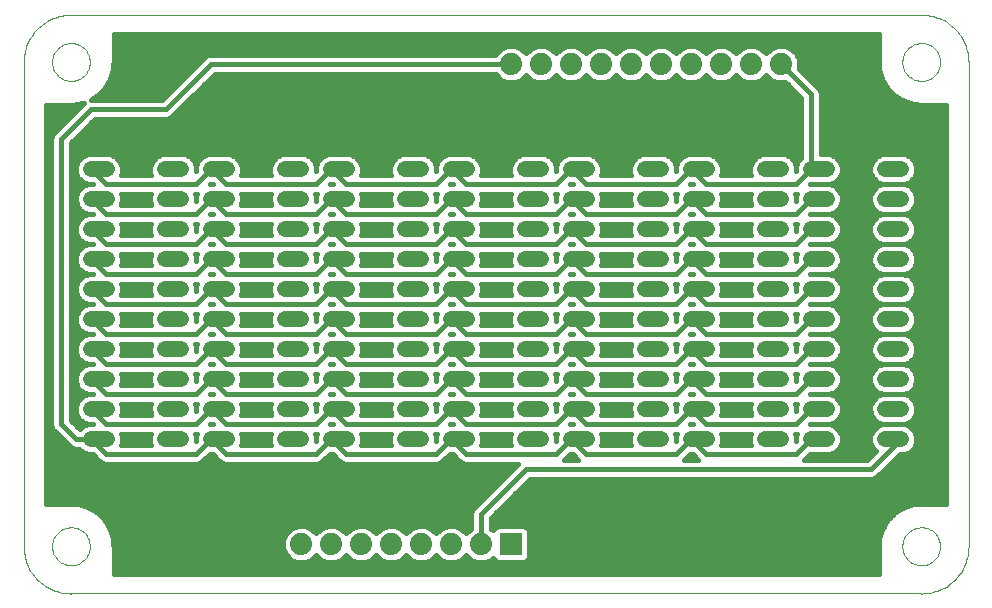
<source format=gbl>
G75*
%MOIN*%
%OFA0B0*%
%FSLAX24Y24*%
%IPPOS*%
%LPD*%
%AMOC8*
5,1,8,0,0,1.08239X$1,22.5*
%
%ADD10C,0.0520*%
%ADD11C,0.0000*%
%ADD12C,0.0740*%
%ADD13R,0.0740X0.0740*%
%ADD14C,0.0160*%
D10*
X007666Y008561D02*
X008186Y008561D01*
X008186Y009561D02*
X007666Y009561D01*
X007666Y010561D02*
X008186Y010561D01*
X008186Y011561D02*
X007666Y011561D01*
X007666Y012561D02*
X008186Y012561D01*
X008186Y013561D02*
X007666Y013561D01*
X007666Y014561D02*
X008186Y014561D01*
X008186Y015561D02*
X007666Y015561D01*
X007666Y016561D02*
X008186Y016561D01*
X008186Y017561D02*
X007666Y017561D01*
X010146Y017561D02*
X010666Y017561D01*
X011666Y017561D02*
X012186Y017561D01*
X012186Y016561D02*
X011666Y016561D01*
X010666Y016561D02*
X010146Y016561D01*
X010146Y015561D02*
X010666Y015561D01*
X011666Y015561D02*
X012186Y015561D01*
X012186Y014561D02*
X011666Y014561D01*
X010666Y014561D02*
X010146Y014561D01*
X010146Y013561D02*
X010666Y013561D01*
X011666Y013561D02*
X012186Y013561D01*
X012186Y012561D02*
X011666Y012561D01*
X010666Y012561D02*
X010146Y012561D01*
X010146Y011561D02*
X010666Y011561D01*
X011666Y011561D02*
X012186Y011561D01*
X012186Y010561D02*
X011666Y010561D01*
X010666Y010561D02*
X010146Y010561D01*
X010146Y009561D02*
X010666Y009561D01*
X011666Y009561D02*
X012186Y009561D01*
X012186Y008561D02*
X011666Y008561D01*
X010666Y008561D02*
X010146Y008561D01*
X014146Y008561D02*
X014666Y008561D01*
X015666Y008561D02*
X016186Y008561D01*
X016186Y009561D02*
X015666Y009561D01*
X014666Y009561D02*
X014146Y009561D01*
X014146Y010561D02*
X014666Y010561D01*
X015666Y010561D02*
X016186Y010561D01*
X016186Y011561D02*
X015666Y011561D01*
X014666Y011561D02*
X014146Y011561D01*
X014146Y012561D02*
X014666Y012561D01*
X015666Y012561D02*
X016186Y012561D01*
X016186Y013561D02*
X015666Y013561D01*
X014666Y013561D02*
X014146Y013561D01*
X014146Y014561D02*
X014666Y014561D01*
X015666Y014561D02*
X016186Y014561D01*
X016186Y015561D02*
X015666Y015561D01*
X014666Y015561D02*
X014146Y015561D01*
X014146Y016561D02*
X014666Y016561D01*
X015666Y016561D02*
X016186Y016561D01*
X016186Y017561D02*
X015666Y017561D01*
X014666Y017561D02*
X014146Y017561D01*
X018146Y017561D02*
X018666Y017561D01*
X019666Y017561D02*
X020186Y017561D01*
X020186Y016561D02*
X019666Y016561D01*
X018666Y016561D02*
X018146Y016561D01*
X018146Y015561D02*
X018666Y015561D01*
X019666Y015561D02*
X020186Y015561D01*
X020186Y014561D02*
X019666Y014561D01*
X018666Y014561D02*
X018146Y014561D01*
X018146Y013561D02*
X018666Y013561D01*
X019666Y013561D02*
X020186Y013561D01*
X020186Y012561D02*
X019666Y012561D01*
X019666Y011561D02*
X020186Y011561D01*
X020186Y010561D02*
X019666Y010561D01*
X018666Y010561D02*
X018146Y010561D01*
X018146Y009561D02*
X018666Y009561D01*
X019666Y009561D02*
X020186Y009561D01*
X020186Y008561D02*
X019666Y008561D01*
X018666Y008561D02*
X018146Y008561D01*
X022146Y008561D02*
X022666Y008561D01*
X023666Y008561D02*
X024186Y008561D01*
X024186Y009561D02*
X023666Y009561D01*
X022666Y009561D02*
X022146Y009561D01*
X022146Y010561D02*
X022666Y010561D01*
X023666Y010561D02*
X024186Y010561D01*
X024186Y011561D02*
X023666Y011561D01*
X022666Y011561D02*
X022146Y011561D01*
X022146Y012561D02*
X022666Y012561D01*
X023666Y012561D02*
X024186Y012561D01*
X024186Y013561D02*
X023666Y013561D01*
X022666Y013561D02*
X022146Y013561D01*
X022146Y014561D02*
X022666Y014561D01*
X023666Y014561D02*
X024186Y014561D01*
X024186Y015561D02*
X023666Y015561D01*
X022666Y015561D02*
X022146Y015561D01*
X022146Y016561D02*
X022666Y016561D01*
X023666Y016561D02*
X024186Y016561D01*
X024186Y017561D02*
X023666Y017561D01*
X022666Y017561D02*
X022146Y017561D01*
X026146Y017561D02*
X026666Y017561D01*
X027666Y017561D02*
X028186Y017561D01*
X028186Y016561D02*
X027666Y016561D01*
X026666Y016561D02*
X026146Y016561D01*
X026146Y015561D02*
X026666Y015561D01*
X027666Y015561D02*
X028186Y015561D01*
X028186Y014561D02*
X027666Y014561D01*
X026666Y014561D02*
X026146Y014561D01*
X026146Y013561D02*
X026666Y013561D01*
X027666Y013561D02*
X028186Y013561D01*
X028186Y012561D02*
X027666Y012561D01*
X027666Y011561D02*
X028186Y011561D01*
X028186Y010561D02*
X027666Y010561D01*
X026666Y010561D02*
X026146Y010561D01*
X026146Y009561D02*
X026666Y009561D01*
X027666Y009561D02*
X028186Y009561D01*
X028186Y008561D02*
X027666Y008561D01*
X026666Y008561D02*
X026146Y008561D01*
X030146Y008561D02*
X030666Y008561D01*
X031666Y008561D02*
X032186Y008561D01*
X032186Y009561D02*
X031666Y009561D01*
X030666Y009561D02*
X030146Y009561D01*
X030146Y010561D02*
X030666Y010561D01*
X031666Y010561D02*
X032186Y010561D01*
X032186Y011561D02*
X031666Y011561D01*
X030666Y011561D02*
X030146Y011561D01*
X030146Y012561D02*
X030666Y012561D01*
X031666Y012561D02*
X032186Y012561D01*
X032186Y013561D02*
X031666Y013561D01*
X030666Y013561D02*
X030146Y013561D01*
X030146Y014561D02*
X030666Y014561D01*
X031666Y014561D02*
X032186Y014561D01*
X032186Y015561D02*
X031666Y015561D01*
X030666Y015561D02*
X030146Y015561D01*
X030146Y016561D02*
X030666Y016561D01*
X031666Y016561D02*
X032186Y016561D01*
X032186Y017561D02*
X031666Y017561D01*
X030666Y017561D02*
X030146Y017561D01*
X034146Y017561D02*
X034666Y017561D01*
X034666Y016561D02*
X034146Y016561D01*
X034146Y015561D02*
X034666Y015561D01*
X034666Y014561D02*
X034146Y014561D01*
X034146Y013561D02*
X034666Y013561D01*
X034666Y012561D02*
X034146Y012561D01*
X034146Y011561D02*
X034666Y011561D01*
X034666Y010561D02*
X034146Y010561D01*
X034146Y009561D02*
X034666Y009561D01*
X034666Y008561D02*
X034146Y008561D01*
X026666Y011561D02*
X026146Y011561D01*
X026146Y012561D02*
X026666Y012561D01*
X018666Y012561D02*
X018146Y012561D01*
X018146Y011561D02*
X018666Y011561D01*
D11*
X006993Y003416D02*
X035339Y003416D01*
X034709Y004990D02*
X034711Y005040D01*
X034717Y005090D01*
X034727Y005139D01*
X034741Y005187D01*
X034758Y005234D01*
X034779Y005279D01*
X034804Y005323D01*
X034832Y005364D01*
X034864Y005403D01*
X034898Y005440D01*
X034935Y005474D01*
X034975Y005504D01*
X035017Y005531D01*
X035061Y005555D01*
X035107Y005576D01*
X035154Y005592D01*
X035202Y005605D01*
X035252Y005614D01*
X035301Y005619D01*
X035352Y005620D01*
X035402Y005617D01*
X035451Y005610D01*
X035500Y005599D01*
X035548Y005584D01*
X035594Y005566D01*
X035639Y005544D01*
X035682Y005518D01*
X035723Y005489D01*
X035762Y005457D01*
X035798Y005422D01*
X035830Y005384D01*
X035860Y005344D01*
X035887Y005301D01*
X035910Y005257D01*
X035929Y005211D01*
X035945Y005163D01*
X035957Y005114D01*
X035965Y005065D01*
X035969Y005015D01*
X035969Y004965D01*
X035965Y004915D01*
X035957Y004866D01*
X035945Y004817D01*
X035929Y004769D01*
X035910Y004723D01*
X035887Y004679D01*
X035860Y004636D01*
X035830Y004596D01*
X035798Y004558D01*
X035762Y004523D01*
X035723Y004491D01*
X035682Y004462D01*
X035639Y004436D01*
X035594Y004414D01*
X035548Y004396D01*
X035500Y004381D01*
X035451Y004370D01*
X035402Y004363D01*
X035352Y004360D01*
X035301Y004361D01*
X035252Y004366D01*
X035202Y004375D01*
X035154Y004388D01*
X035107Y004404D01*
X035061Y004425D01*
X035017Y004449D01*
X034975Y004476D01*
X034935Y004506D01*
X034898Y004540D01*
X034864Y004577D01*
X034832Y004616D01*
X034804Y004657D01*
X034779Y004701D01*
X034758Y004746D01*
X034741Y004793D01*
X034727Y004841D01*
X034717Y004890D01*
X034711Y004940D01*
X034709Y004990D01*
X035339Y003415D02*
X035416Y003417D01*
X035493Y003423D01*
X035570Y003432D01*
X035646Y003445D01*
X035722Y003462D01*
X035796Y003483D01*
X035870Y003507D01*
X035942Y003535D01*
X036012Y003566D01*
X036081Y003601D01*
X036149Y003639D01*
X036214Y003680D01*
X036277Y003725D01*
X036338Y003773D01*
X036397Y003823D01*
X036453Y003876D01*
X036506Y003932D01*
X036556Y003991D01*
X036604Y004052D01*
X036649Y004115D01*
X036690Y004180D01*
X036728Y004248D01*
X036763Y004317D01*
X036794Y004387D01*
X036822Y004459D01*
X036846Y004533D01*
X036867Y004607D01*
X036884Y004683D01*
X036897Y004759D01*
X036906Y004836D01*
X036912Y004913D01*
X036914Y004990D01*
X036914Y021132D01*
X034709Y021132D02*
X034711Y021182D01*
X034717Y021232D01*
X034727Y021281D01*
X034741Y021329D01*
X034758Y021376D01*
X034779Y021421D01*
X034804Y021465D01*
X034832Y021506D01*
X034864Y021545D01*
X034898Y021582D01*
X034935Y021616D01*
X034975Y021646D01*
X035017Y021673D01*
X035061Y021697D01*
X035107Y021718D01*
X035154Y021734D01*
X035202Y021747D01*
X035252Y021756D01*
X035301Y021761D01*
X035352Y021762D01*
X035402Y021759D01*
X035451Y021752D01*
X035500Y021741D01*
X035548Y021726D01*
X035594Y021708D01*
X035639Y021686D01*
X035682Y021660D01*
X035723Y021631D01*
X035762Y021599D01*
X035798Y021564D01*
X035830Y021526D01*
X035860Y021486D01*
X035887Y021443D01*
X035910Y021399D01*
X035929Y021353D01*
X035945Y021305D01*
X035957Y021256D01*
X035965Y021207D01*
X035969Y021157D01*
X035969Y021107D01*
X035965Y021057D01*
X035957Y021008D01*
X035945Y020959D01*
X035929Y020911D01*
X035910Y020865D01*
X035887Y020821D01*
X035860Y020778D01*
X035830Y020738D01*
X035798Y020700D01*
X035762Y020665D01*
X035723Y020633D01*
X035682Y020604D01*
X035639Y020578D01*
X035594Y020556D01*
X035548Y020538D01*
X035500Y020523D01*
X035451Y020512D01*
X035402Y020505D01*
X035352Y020502D01*
X035301Y020503D01*
X035252Y020508D01*
X035202Y020517D01*
X035154Y020530D01*
X035107Y020546D01*
X035061Y020567D01*
X035017Y020591D01*
X034975Y020618D01*
X034935Y020648D01*
X034898Y020682D01*
X034864Y020719D01*
X034832Y020758D01*
X034804Y020799D01*
X034779Y020843D01*
X034758Y020888D01*
X034741Y020935D01*
X034727Y020983D01*
X034717Y021032D01*
X034711Y021082D01*
X034709Y021132D01*
X035339Y022707D02*
X035416Y022705D01*
X035493Y022699D01*
X035570Y022690D01*
X035646Y022677D01*
X035722Y022660D01*
X035796Y022639D01*
X035870Y022615D01*
X035942Y022587D01*
X036012Y022556D01*
X036081Y022521D01*
X036149Y022483D01*
X036214Y022442D01*
X036277Y022397D01*
X036338Y022349D01*
X036397Y022299D01*
X036453Y022246D01*
X036506Y022190D01*
X036556Y022131D01*
X036604Y022070D01*
X036649Y022007D01*
X036690Y021942D01*
X036728Y021874D01*
X036763Y021805D01*
X036794Y021735D01*
X036822Y021663D01*
X036846Y021589D01*
X036867Y021515D01*
X036884Y021439D01*
X036897Y021363D01*
X036906Y021286D01*
X036912Y021209D01*
X036914Y021132D01*
X035339Y022707D02*
X006993Y022707D01*
X006363Y021132D02*
X006365Y021182D01*
X006371Y021232D01*
X006381Y021281D01*
X006395Y021329D01*
X006412Y021376D01*
X006433Y021421D01*
X006458Y021465D01*
X006486Y021506D01*
X006518Y021545D01*
X006552Y021582D01*
X006589Y021616D01*
X006629Y021646D01*
X006671Y021673D01*
X006715Y021697D01*
X006761Y021718D01*
X006808Y021734D01*
X006856Y021747D01*
X006906Y021756D01*
X006955Y021761D01*
X007006Y021762D01*
X007056Y021759D01*
X007105Y021752D01*
X007154Y021741D01*
X007202Y021726D01*
X007248Y021708D01*
X007293Y021686D01*
X007336Y021660D01*
X007377Y021631D01*
X007416Y021599D01*
X007452Y021564D01*
X007484Y021526D01*
X007514Y021486D01*
X007541Y021443D01*
X007564Y021399D01*
X007583Y021353D01*
X007599Y021305D01*
X007611Y021256D01*
X007619Y021207D01*
X007623Y021157D01*
X007623Y021107D01*
X007619Y021057D01*
X007611Y021008D01*
X007599Y020959D01*
X007583Y020911D01*
X007564Y020865D01*
X007541Y020821D01*
X007514Y020778D01*
X007484Y020738D01*
X007452Y020700D01*
X007416Y020665D01*
X007377Y020633D01*
X007336Y020604D01*
X007293Y020578D01*
X007248Y020556D01*
X007202Y020538D01*
X007154Y020523D01*
X007105Y020512D01*
X007056Y020505D01*
X007006Y020502D01*
X006955Y020503D01*
X006906Y020508D01*
X006856Y020517D01*
X006808Y020530D01*
X006761Y020546D01*
X006715Y020567D01*
X006671Y020591D01*
X006629Y020618D01*
X006589Y020648D01*
X006552Y020682D01*
X006518Y020719D01*
X006486Y020758D01*
X006458Y020799D01*
X006433Y020843D01*
X006412Y020888D01*
X006395Y020935D01*
X006381Y020983D01*
X006371Y021032D01*
X006365Y021082D01*
X006363Y021132D01*
X005418Y021132D02*
X005420Y021209D01*
X005426Y021286D01*
X005435Y021363D01*
X005448Y021439D01*
X005465Y021515D01*
X005486Y021589D01*
X005510Y021663D01*
X005538Y021735D01*
X005569Y021805D01*
X005604Y021874D01*
X005642Y021942D01*
X005683Y022007D01*
X005728Y022070D01*
X005776Y022131D01*
X005826Y022190D01*
X005879Y022246D01*
X005935Y022299D01*
X005994Y022349D01*
X006055Y022397D01*
X006118Y022442D01*
X006183Y022483D01*
X006251Y022521D01*
X006320Y022556D01*
X006390Y022587D01*
X006462Y022615D01*
X006536Y022639D01*
X006610Y022660D01*
X006686Y022677D01*
X006762Y022690D01*
X006839Y022699D01*
X006916Y022705D01*
X006993Y022707D01*
X005418Y021132D02*
X005418Y004990D01*
X006363Y004990D02*
X006365Y005040D01*
X006371Y005090D01*
X006381Y005139D01*
X006395Y005187D01*
X006412Y005234D01*
X006433Y005279D01*
X006458Y005323D01*
X006486Y005364D01*
X006518Y005403D01*
X006552Y005440D01*
X006589Y005474D01*
X006629Y005504D01*
X006671Y005531D01*
X006715Y005555D01*
X006761Y005576D01*
X006808Y005592D01*
X006856Y005605D01*
X006906Y005614D01*
X006955Y005619D01*
X007006Y005620D01*
X007056Y005617D01*
X007105Y005610D01*
X007154Y005599D01*
X007202Y005584D01*
X007248Y005566D01*
X007293Y005544D01*
X007336Y005518D01*
X007377Y005489D01*
X007416Y005457D01*
X007452Y005422D01*
X007484Y005384D01*
X007514Y005344D01*
X007541Y005301D01*
X007564Y005257D01*
X007583Y005211D01*
X007599Y005163D01*
X007611Y005114D01*
X007619Y005065D01*
X007623Y005015D01*
X007623Y004965D01*
X007619Y004915D01*
X007611Y004866D01*
X007599Y004817D01*
X007583Y004769D01*
X007564Y004723D01*
X007541Y004679D01*
X007514Y004636D01*
X007484Y004596D01*
X007452Y004558D01*
X007416Y004523D01*
X007377Y004491D01*
X007336Y004462D01*
X007293Y004436D01*
X007248Y004414D01*
X007202Y004396D01*
X007154Y004381D01*
X007105Y004370D01*
X007056Y004363D01*
X007006Y004360D01*
X006955Y004361D01*
X006906Y004366D01*
X006856Y004375D01*
X006808Y004388D01*
X006761Y004404D01*
X006715Y004425D01*
X006671Y004449D01*
X006629Y004476D01*
X006589Y004506D01*
X006552Y004540D01*
X006518Y004577D01*
X006486Y004616D01*
X006458Y004657D01*
X006433Y004701D01*
X006412Y004746D01*
X006395Y004793D01*
X006381Y004841D01*
X006371Y004890D01*
X006365Y004940D01*
X006363Y004990D01*
X005418Y004990D02*
X005420Y004913D01*
X005426Y004836D01*
X005435Y004759D01*
X005448Y004683D01*
X005465Y004607D01*
X005486Y004533D01*
X005510Y004459D01*
X005538Y004387D01*
X005569Y004317D01*
X005604Y004248D01*
X005642Y004180D01*
X005683Y004115D01*
X005728Y004052D01*
X005776Y003991D01*
X005826Y003932D01*
X005879Y003876D01*
X005935Y003823D01*
X005994Y003773D01*
X006055Y003725D01*
X006118Y003680D01*
X006183Y003639D01*
X006251Y003601D01*
X006320Y003566D01*
X006390Y003535D01*
X006462Y003507D01*
X006536Y003483D01*
X006610Y003462D01*
X006686Y003445D01*
X006762Y003432D01*
X006839Y003423D01*
X006916Y003417D01*
X006993Y003415D01*
D12*
X014666Y005061D03*
X015666Y005061D03*
X016666Y005061D03*
X017666Y005061D03*
X018666Y005061D03*
X019666Y005061D03*
X020666Y005061D03*
X021666Y021061D03*
X022666Y021061D03*
X023666Y021061D03*
X024666Y021061D03*
X025666Y021061D03*
X026666Y021061D03*
X027666Y021061D03*
X028666Y021061D03*
X029666Y021061D03*
X030666Y021061D03*
D13*
X021666Y005061D03*
D14*
X022276Y005012D02*
X033918Y005012D01*
X033918Y004999D02*
X033915Y004960D01*
X033918Y004952D01*
X033918Y004061D01*
X008414Y004061D01*
X008414Y004952D01*
X008417Y004960D01*
X008414Y004999D01*
X008414Y005038D01*
X008411Y005046D01*
X008404Y005146D01*
X008407Y005163D01*
X008400Y005193D01*
X008398Y005223D01*
X008390Y005239D01*
X008367Y005345D01*
X008368Y005362D01*
X008357Y005391D01*
X008351Y005421D01*
X008341Y005435D01*
X008303Y005537D01*
X008301Y005554D01*
X008286Y005581D01*
X008275Y005610D01*
X008263Y005623D01*
X008212Y005718D01*
X008207Y005735D01*
X008189Y005759D01*
X008174Y005786D01*
X008161Y005797D01*
X008096Y005884D01*
X008089Y005900D01*
X008067Y005921D01*
X008049Y005946D01*
X008034Y005955D01*
X007957Y006031D01*
X007948Y006047D01*
X007924Y006065D01*
X007902Y006086D01*
X007886Y006093D01*
X007799Y006158D01*
X007788Y006172D01*
X007762Y006186D01*
X007737Y006205D01*
X007720Y006209D01*
X007625Y006261D01*
X007612Y006273D01*
X007584Y006284D01*
X007557Y006298D01*
X007539Y006300D01*
X007438Y006338D01*
X007423Y006348D01*
X007393Y006355D01*
X007365Y006365D01*
X007347Y006365D01*
X007241Y006388D01*
X007226Y006395D01*
X007195Y006398D01*
X007165Y006404D01*
X007148Y006401D01*
X007049Y006408D01*
X007041Y006412D01*
X007001Y006412D01*
X006962Y006414D01*
X006954Y006412D01*
X006166Y006412D01*
X006166Y019711D01*
X006954Y019711D01*
X006962Y019708D01*
X007001Y019711D01*
X007041Y019711D01*
X007049Y019714D01*
X007148Y019722D01*
X007165Y019718D01*
X007195Y019725D01*
X007226Y019727D01*
X007241Y019735D01*
X007347Y019758D01*
X007365Y019757D01*
X007393Y019768D01*
X007423Y019775D01*
X007435Y019782D01*
X007395Y019743D01*
X006395Y018743D01*
X006346Y018625D01*
X006346Y008998D01*
X006395Y008880D01*
X006485Y008790D01*
X006985Y008290D01*
X007102Y008241D01*
X007279Y008241D01*
X007383Y008137D01*
X007567Y008061D01*
X007714Y008061D01*
X007895Y007880D01*
X007985Y007790D01*
X008102Y007741D01*
X011230Y007741D01*
X011347Y007790D01*
X011619Y008061D01*
X011714Y008061D01*
X011895Y007880D01*
X011985Y007790D01*
X012102Y007741D01*
X015230Y007741D01*
X015347Y007790D01*
X015619Y008061D01*
X015714Y008061D01*
X015895Y007880D01*
X015985Y007790D01*
X016102Y007741D01*
X019230Y007741D01*
X019347Y007790D01*
X019619Y008061D01*
X019714Y008061D01*
X019895Y007880D01*
X019985Y007790D01*
X020102Y007741D01*
X021894Y007741D01*
X020485Y006333D01*
X020395Y006243D01*
X020346Y006125D01*
X020346Y005589D01*
X020321Y005578D01*
X020166Y005424D01*
X020012Y005578D01*
X019787Y005671D01*
X019545Y005671D01*
X019321Y005578D01*
X019166Y005424D01*
X019012Y005578D01*
X018787Y005671D01*
X018545Y005671D01*
X018321Y005578D01*
X018166Y005424D01*
X018012Y005578D01*
X017787Y005671D01*
X017545Y005671D01*
X017321Y005578D01*
X017166Y005424D01*
X017012Y005578D01*
X016787Y005671D01*
X016545Y005671D01*
X016321Y005578D01*
X016166Y005424D01*
X016012Y005578D01*
X015787Y005671D01*
X015545Y005671D01*
X015321Y005578D01*
X015166Y005424D01*
X015012Y005578D01*
X014787Y005671D01*
X014545Y005671D01*
X014321Y005578D01*
X014149Y005407D01*
X014056Y005183D01*
X014056Y004940D01*
X014149Y004716D01*
X014321Y004544D01*
X014545Y004451D01*
X014787Y004451D01*
X015012Y004544D01*
X015166Y004699D01*
X015321Y004544D01*
X015545Y004451D01*
X015787Y004451D01*
X016012Y004544D01*
X016166Y004699D01*
X016321Y004544D01*
X016545Y004451D01*
X016787Y004451D01*
X017012Y004544D01*
X017166Y004699D01*
X017321Y004544D01*
X017545Y004451D01*
X017787Y004451D01*
X018012Y004544D01*
X018166Y004699D01*
X018321Y004544D01*
X018545Y004451D01*
X018787Y004451D01*
X019012Y004544D01*
X019166Y004699D01*
X019321Y004544D01*
X019545Y004451D01*
X019787Y004451D01*
X020012Y004544D01*
X020166Y004699D01*
X020321Y004544D01*
X020545Y004451D01*
X020787Y004451D01*
X021012Y004544D01*
X021072Y004605D01*
X021093Y004555D01*
X021160Y004488D01*
X021248Y004451D01*
X022084Y004451D01*
X022172Y004488D01*
X022240Y004555D01*
X022276Y004644D01*
X022276Y005479D01*
X022240Y005567D01*
X022172Y005635D01*
X022084Y005671D01*
X021248Y005671D01*
X021160Y005635D01*
X021093Y005567D01*
X021072Y005518D01*
X021012Y005578D01*
X020986Y005589D01*
X020986Y005929D01*
X022299Y007241D01*
X033730Y007241D01*
X033847Y007290D01*
X033937Y007380D01*
X034619Y008061D01*
X034766Y008061D01*
X034949Y008137D01*
X035090Y008278D01*
X035166Y008462D01*
X035166Y008661D01*
X035090Y008845D01*
X034949Y008985D01*
X034766Y009061D01*
X034949Y009137D01*
X035090Y009278D01*
X035166Y009462D01*
X035166Y009661D01*
X035090Y009845D01*
X034949Y009985D01*
X034766Y010061D01*
X034047Y010061D01*
X033863Y009985D01*
X033722Y009845D01*
X033646Y009661D01*
X033646Y009462D01*
X033722Y009278D01*
X033863Y009137D01*
X034047Y009061D01*
X033863Y008985D01*
X033722Y008845D01*
X033646Y008661D01*
X033646Y008462D01*
X033722Y008278D01*
X033826Y008174D01*
X033534Y007881D01*
X031439Y007881D01*
X031619Y008061D01*
X032286Y008061D01*
X032469Y008137D01*
X032610Y008278D01*
X032686Y008462D01*
X032686Y008661D01*
X032610Y008845D01*
X032469Y008985D01*
X032286Y009061D01*
X032469Y009137D01*
X032610Y009278D01*
X032686Y009462D01*
X032686Y009661D01*
X032610Y009845D01*
X032469Y009985D01*
X032286Y010061D01*
X032469Y010137D01*
X032610Y010278D01*
X032686Y010462D01*
X032686Y010661D01*
X032610Y010845D01*
X032469Y010985D01*
X032286Y011061D01*
X032469Y011137D01*
X032610Y011278D01*
X032686Y011462D01*
X032686Y011661D01*
X032610Y011845D01*
X032469Y011985D01*
X032286Y012061D01*
X032469Y012137D01*
X032610Y012278D01*
X032686Y012462D01*
X032686Y012661D01*
X032610Y012845D01*
X032469Y012985D01*
X032286Y013061D01*
X032469Y013137D01*
X032610Y013278D01*
X032686Y013462D01*
X032686Y013661D01*
X032610Y013845D01*
X032469Y013985D01*
X032286Y014061D01*
X032469Y014137D01*
X032610Y014278D01*
X032686Y014462D01*
X032686Y014661D01*
X032610Y014845D01*
X032469Y014985D01*
X032286Y015061D01*
X032469Y015137D01*
X032610Y015278D01*
X032686Y015462D01*
X032686Y015661D01*
X032610Y015845D01*
X032469Y015985D01*
X032286Y016061D01*
X032469Y016137D01*
X032610Y016278D01*
X032686Y016462D01*
X032686Y016661D01*
X032610Y016845D01*
X032469Y016985D01*
X032286Y017061D01*
X032469Y017137D01*
X032610Y017278D01*
X032686Y017462D01*
X032686Y017661D01*
X032610Y017845D01*
X032469Y017985D01*
X032286Y018061D01*
X031986Y018061D01*
X031986Y020125D01*
X031937Y020243D01*
X031266Y020914D01*
X031276Y020940D01*
X031276Y021183D01*
X031183Y021407D01*
X031012Y021578D01*
X030787Y021671D01*
X030545Y021671D01*
X030321Y021578D01*
X030166Y021424D01*
X030012Y021578D01*
X029787Y021671D01*
X029545Y021671D01*
X029321Y021578D01*
X029166Y021424D01*
X029012Y021578D01*
X028787Y021671D01*
X028545Y021671D01*
X028321Y021578D01*
X028166Y021424D01*
X028012Y021578D01*
X027787Y021671D01*
X027545Y021671D01*
X027321Y021578D01*
X027166Y021424D01*
X027012Y021578D01*
X026787Y021671D01*
X026545Y021671D01*
X026321Y021578D01*
X026166Y021424D01*
X026012Y021578D01*
X025787Y021671D01*
X025545Y021671D01*
X025321Y021578D01*
X025166Y021424D01*
X025012Y021578D01*
X024787Y021671D01*
X024545Y021671D01*
X024321Y021578D01*
X024166Y021424D01*
X024012Y021578D01*
X023787Y021671D01*
X023545Y021671D01*
X023321Y021578D01*
X023166Y021424D01*
X023012Y021578D01*
X022787Y021671D01*
X022545Y021671D01*
X022321Y021578D01*
X022166Y021424D01*
X022012Y021578D01*
X021787Y021671D01*
X021545Y021671D01*
X021321Y021578D01*
X021149Y021407D01*
X021138Y021381D01*
X011602Y021381D01*
X011485Y021333D01*
X010034Y019881D01*
X007661Y019881D01*
X007720Y019913D01*
X007737Y019918D01*
X007762Y019936D01*
X007788Y019951D01*
X007799Y019964D01*
X007886Y020029D01*
X007902Y020036D01*
X007924Y020058D01*
X007948Y020076D01*
X007957Y020091D01*
X008034Y020168D01*
X008049Y020177D01*
X008067Y020201D01*
X008089Y020223D01*
X008096Y020239D01*
X008161Y020326D01*
X008174Y020337D01*
X008189Y020364D01*
X008207Y020388D01*
X008212Y020405D01*
X008263Y020500D01*
X008275Y020513D01*
X008286Y020542D01*
X008301Y020568D01*
X008303Y020586D01*
X008341Y020687D01*
X008351Y020702D01*
X008357Y020732D01*
X008368Y020760D01*
X008367Y020778D01*
X008390Y020884D01*
X008398Y020899D01*
X008400Y020930D01*
X008407Y020960D01*
X008404Y020977D01*
X008411Y021076D01*
X008414Y021084D01*
X008414Y021124D01*
X008417Y021163D01*
X008414Y021171D01*
X008414Y022061D01*
X033918Y022061D01*
X033918Y021171D01*
X033915Y021163D01*
X033918Y021124D01*
X033918Y021084D01*
X033922Y021076D01*
X033929Y020977D01*
X033926Y020960D01*
X033932Y020930D01*
X033934Y020899D01*
X033942Y020884D01*
X033965Y020778D01*
X033965Y020760D01*
X033975Y020732D01*
X033982Y020702D01*
X033992Y020687D01*
X034030Y020586D01*
X034031Y020568D01*
X034046Y020542D01*
X034057Y020513D01*
X034069Y020500D01*
X034121Y020405D01*
X034125Y020388D01*
X034143Y020364D01*
X034158Y020337D01*
X034172Y020326D01*
X034237Y020239D01*
X034243Y020223D01*
X034265Y020201D01*
X034283Y020177D01*
X034298Y020168D01*
X034375Y020091D01*
X034384Y020076D01*
X034408Y020058D01*
X034430Y020036D01*
X034446Y020029D01*
X034533Y019964D01*
X034544Y019951D01*
X034571Y019936D01*
X034595Y019918D01*
X034612Y019913D01*
X034707Y019862D01*
X034720Y019850D01*
X034749Y019839D01*
X034776Y019824D01*
X034793Y019822D01*
X034894Y019785D01*
X034909Y019775D01*
X034939Y019768D01*
X034967Y019757D01*
X034985Y019758D01*
X035091Y019735D01*
X035107Y019727D01*
X035137Y019725D01*
X035167Y019718D01*
X035184Y019722D01*
X035283Y019714D01*
X035292Y019711D01*
X035331Y019711D01*
X035370Y019708D01*
X035378Y019711D01*
X036166Y019711D01*
X036166Y006412D01*
X035378Y006412D01*
X035370Y006414D01*
X035331Y006412D01*
X035292Y006412D01*
X035283Y006408D01*
X035184Y006401D01*
X035167Y006404D01*
X035137Y006398D01*
X035107Y006395D01*
X035091Y006388D01*
X034985Y006365D01*
X034967Y006365D01*
X034939Y006355D01*
X034909Y006348D01*
X034894Y006338D01*
X034793Y006300D01*
X034776Y006298D01*
X034749Y006284D01*
X034720Y006273D01*
X034707Y006261D01*
X034612Y006209D01*
X034595Y006205D01*
X034571Y006186D01*
X034544Y006172D01*
X034533Y006158D01*
X034446Y006093D01*
X034430Y006086D01*
X034408Y006065D01*
X034384Y006047D01*
X034375Y006031D01*
X034298Y005955D01*
X034283Y005946D01*
X034265Y005921D01*
X034243Y005900D01*
X034237Y005884D01*
X034172Y005797D01*
X034158Y005786D01*
X034143Y005759D01*
X034125Y005735D01*
X034121Y005718D01*
X034069Y005623D01*
X034057Y005610D01*
X034046Y005581D01*
X034031Y005554D01*
X034030Y005537D01*
X033992Y005435D01*
X033982Y005421D01*
X033975Y005391D01*
X033965Y005362D01*
X033965Y005345D01*
X033942Y005239D01*
X033934Y005223D01*
X033932Y005193D01*
X033926Y005163D01*
X033929Y005146D01*
X033922Y005046D01*
X033918Y005038D01*
X033918Y004999D01*
X033918Y004854D02*
X022276Y004854D01*
X022276Y004695D02*
X033918Y004695D01*
X033918Y004537D02*
X022221Y004537D01*
X022276Y005171D02*
X033927Y005171D01*
X033962Y005329D02*
X022276Y005329D01*
X022273Y005488D02*
X034011Y005488D01*
X034082Y005646D02*
X022144Y005646D01*
X021188Y005646D02*
X020986Y005646D01*
X020986Y005805D02*
X034178Y005805D01*
X034307Y005963D02*
X021021Y005963D01*
X021179Y006122D02*
X034484Y006122D01*
X034740Y006280D02*
X021338Y006280D01*
X021496Y006439D02*
X036166Y006439D01*
X036166Y006597D02*
X021655Y006597D01*
X021813Y006756D02*
X036166Y006756D01*
X036166Y006914D02*
X021972Y006914D01*
X022130Y007073D02*
X036166Y007073D01*
X036166Y007231D02*
X022289Y007231D01*
X022166Y007561D02*
X020666Y006061D01*
X020666Y005061D01*
X020169Y004695D02*
X020163Y004695D01*
X019994Y004537D02*
X020338Y004537D01*
X020994Y004537D02*
X021111Y004537D01*
X020230Y005488D02*
X020102Y005488D01*
X020346Y005646D02*
X019848Y005646D01*
X019484Y005646D02*
X018848Y005646D01*
X019102Y005488D02*
X019230Y005488D01*
X018484Y005646D02*
X017848Y005646D01*
X018102Y005488D02*
X018230Y005488D01*
X017484Y005646D02*
X016848Y005646D01*
X017102Y005488D02*
X017230Y005488D01*
X016484Y005646D02*
X015848Y005646D01*
X016102Y005488D02*
X016230Y005488D01*
X015484Y005646D02*
X014848Y005646D01*
X015102Y005488D02*
X015230Y005488D01*
X014484Y005646D02*
X008251Y005646D01*
X008321Y005488D02*
X014230Y005488D01*
X014117Y005329D02*
X008370Y005329D01*
X008405Y005171D02*
X014056Y005171D01*
X014056Y005012D02*
X008414Y005012D01*
X008414Y004854D02*
X014092Y004854D01*
X014169Y004695D02*
X008414Y004695D01*
X008414Y004537D02*
X014338Y004537D01*
X014994Y004537D02*
X015338Y004537D01*
X015169Y004695D02*
X015163Y004695D01*
X015994Y004537D02*
X016338Y004537D01*
X016169Y004695D02*
X016163Y004695D01*
X016994Y004537D02*
X017338Y004537D01*
X017169Y004695D02*
X017163Y004695D01*
X017994Y004537D02*
X018338Y004537D01*
X018169Y004695D02*
X018163Y004695D01*
X018994Y004537D02*
X019338Y004537D01*
X019169Y004695D02*
X019163Y004695D01*
X020346Y005805D02*
X008155Y005805D01*
X008026Y005963D02*
X020346Y005963D01*
X020346Y006122D02*
X007848Y006122D01*
X007593Y006280D02*
X020433Y006280D01*
X020591Y006439D02*
X006166Y006439D01*
X006166Y006597D02*
X020750Y006597D01*
X020908Y006756D02*
X006166Y006756D01*
X006166Y006914D02*
X021067Y006914D01*
X021225Y007073D02*
X006166Y007073D01*
X006166Y007231D02*
X021384Y007231D01*
X021542Y007390D02*
X006166Y007390D01*
X006166Y007548D02*
X021701Y007548D01*
X021859Y007707D02*
X006166Y007707D01*
X006166Y007865D02*
X007910Y007865D01*
X007751Y008024D02*
X006166Y008024D01*
X006166Y008182D02*
X007338Y008182D01*
X006934Y008341D02*
X006166Y008341D01*
X006166Y008499D02*
X006776Y008499D01*
X006617Y008658D02*
X006166Y008658D01*
X006166Y008816D02*
X006459Y008816D01*
X006356Y008975D02*
X006166Y008975D01*
X006166Y009133D02*
X006346Y009133D01*
X006346Y009292D02*
X006166Y009292D01*
X006166Y009450D02*
X006346Y009450D01*
X006346Y009609D02*
X006166Y009609D01*
X006166Y009767D02*
X006346Y009767D01*
X006346Y009926D02*
X006166Y009926D01*
X006166Y010084D02*
X006346Y010084D01*
X006346Y010243D02*
X006166Y010243D01*
X006166Y010401D02*
X006346Y010401D01*
X006346Y010560D02*
X006166Y010560D01*
X006166Y010718D02*
X006346Y010718D01*
X006346Y010877D02*
X006166Y010877D01*
X006166Y011035D02*
X006346Y011035D01*
X006346Y011194D02*
X006166Y011194D01*
X006166Y011352D02*
X006346Y011352D01*
X006346Y011511D02*
X006166Y011511D01*
X006166Y011669D02*
X006346Y011669D01*
X006346Y011828D02*
X006166Y011828D01*
X006166Y011986D02*
X006346Y011986D01*
X006346Y012145D02*
X006166Y012145D01*
X006166Y012303D02*
X006346Y012303D01*
X006346Y012462D02*
X006166Y012462D01*
X006166Y012620D02*
X006346Y012620D01*
X006346Y012779D02*
X006166Y012779D01*
X006166Y012937D02*
X006346Y012937D01*
X006346Y013096D02*
X006166Y013096D01*
X006166Y013254D02*
X006346Y013254D01*
X006346Y013413D02*
X006166Y013413D01*
X006166Y013571D02*
X006346Y013571D01*
X006346Y013730D02*
X006166Y013730D01*
X006166Y013888D02*
X006346Y013888D01*
X006346Y014047D02*
X006166Y014047D01*
X006166Y014205D02*
X006346Y014205D01*
X006346Y014364D02*
X006166Y014364D01*
X006166Y014522D02*
X006346Y014522D01*
X006346Y014681D02*
X006166Y014681D01*
X006166Y014839D02*
X006346Y014839D01*
X006346Y014998D02*
X006166Y014998D01*
X006166Y015156D02*
X006346Y015156D01*
X006346Y015315D02*
X006166Y015315D01*
X006166Y015473D02*
X006346Y015473D01*
X006346Y015632D02*
X006166Y015632D01*
X006166Y015790D02*
X006346Y015790D01*
X006346Y015949D02*
X006166Y015949D01*
X006166Y016107D02*
X006346Y016107D01*
X006346Y016266D02*
X006166Y016266D01*
X006166Y016424D02*
X006346Y016424D01*
X006346Y016583D02*
X006166Y016583D01*
X006166Y016741D02*
X006346Y016741D01*
X006346Y016900D02*
X006166Y016900D01*
X006166Y017058D02*
X006346Y017058D01*
X006346Y017217D02*
X006166Y017217D01*
X006166Y017375D02*
X006346Y017375D01*
X006346Y017534D02*
X006166Y017534D01*
X006166Y017692D02*
X006346Y017692D01*
X006346Y017851D02*
X006166Y017851D01*
X006166Y018009D02*
X006346Y018009D01*
X006346Y018168D02*
X006166Y018168D01*
X006166Y018326D02*
X006346Y018326D01*
X006346Y018485D02*
X006166Y018485D01*
X006166Y018643D02*
X006354Y018643D01*
X006454Y018802D02*
X006166Y018802D01*
X006166Y018960D02*
X006613Y018960D01*
X006771Y019119D02*
X006166Y019119D01*
X006166Y019277D02*
X006930Y019277D01*
X007088Y019436D02*
X006166Y019436D01*
X006166Y019594D02*
X007247Y019594D01*
X007324Y019753D02*
X007405Y019753D01*
X007666Y019561D02*
X010166Y019561D01*
X011666Y021061D01*
X021666Y021061D01*
X021138Y020741D02*
X021149Y020716D01*
X021321Y020544D01*
X021545Y020451D01*
X021787Y020451D01*
X022012Y020544D01*
X022166Y020699D01*
X022321Y020544D01*
X022545Y020451D01*
X022787Y020451D01*
X023012Y020544D01*
X023166Y020699D01*
X023321Y020544D01*
X023545Y020451D01*
X023787Y020451D01*
X024012Y020544D01*
X024166Y020699D01*
X024321Y020544D01*
X024545Y020451D01*
X024787Y020451D01*
X025012Y020544D01*
X025166Y020699D01*
X025321Y020544D01*
X025545Y020451D01*
X025787Y020451D01*
X026012Y020544D01*
X026166Y020699D01*
X026321Y020544D01*
X026545Y020451D01*
X026787Y020451D01*
X027012Y020544D01*
X027166Y020699D01*
X027321Y020544D01*
X027545Y020451D01*
X027787Y020451D01*
X028012Y020544D01*
X028166Y020699D01*
X028321Y020544D01*
X028545Y020451D01*
X028787Y020451D01*
X029012Y020544D01*
X029166Y020699D01*
X029321Y020544D01*
X029545Y020451D01*
X029787Y020451D01*
X030012Y020544D01*
X030166Y020699D01*
X030321Y020544D01*
X030545Y020451D01*
X030787Y020451D01*
X030813Y020462D01*
X031346Y019929D01*
X031346Y017948D01*
X031242Y017845D01*
X031166Y017661D01*
X031090Y017845D01*
X030949Y017985D01*
X030766Y018061D01*
X030047Y018061D01*
X029863Y017985D01*
X029722Y017845D01*
X029646Y017661D01*
X029646Y017462D01*
X029680Y017381D01*
X028653Y017381D01*
X028686Y017462D01*
X028686Y017661D01*
X028610Y017845D01*
X028469Y017985D01*
X028286Y018061D01*
X027567Y018061D01*
X027383Y017985D01*
X027242Y017845D01*
X027166Y017661D01*
X027090Y017845D01*
X026949Y017985D01*
X026766Y018061D01*
X026047Y018061D01*
X025863Y017985D01*
X025722Y017845D01*
X025646Y017661D01*
X025646Y017462D01*
X025680Y017381D01*
X024653Y017381D01*
X024686Y017462D01*
X024686Y017661D01*
X024610Y017845D01*
X024469Y017985D01*
X024286Y018061D01*
X023567Y018061D01*
X023383Y017985D01*
X023242Y017845D01*
X023166Y017661D01*
X023090Y017845D01*
X022949Y017985D01*
X022766Y018061D01*
X022047Y018061D01*
X021863Y017985D01*
X021722Y017845D01*
X021646Y017661D01*
X021646Y017462D01*
X021680Y017381D01*
X020653Y017381D01*
X020686Y017462D01*
X020686Y017661D01*
X020610Y017845D01*
X020469Y017985D01*
X020286Y018061D01*
X019567Y018061D01*
X019383Y017985D01*
X019242Y017845D01*
X019166Y017661D01*
X019090Y017845D01*
X018949Y017985D01*
X018766Y018061D01*
X018047Y018061D01*
X017863Y017985D01*
X017722Y017845D01*
X017646Y017661D01*
X017646Y017462D01*
X017680Y017381D01*
X016653Y017381D01*
X016686Y017462D01*
X016686Y017661D01*
X016610Y017845D01*
X016469Y017985D01*
X016286Y018061D01*
X015567Y018061D01*
X015383Y017985D01*
X015242Y017845D01*
X015166Y017661D01*
X015090Y017845D01*
X014949Y017985D01*
X014766Y018061D01*
X014047Y018061D01*
X013863Y017985D01*
X013722Y017845D01*
X013646Y017661D01*
X013646Y017462D01*
X013680Y017381D01*
X012653Y017381D01*
X012686Y017462D01*
X012686Y017661D01*
X012610Y017845D01*
X012469Y017985D01*
X012286Y018061D01*
X011567Y018061D01*
X011383Y017985D01*
X011242Y017845D01*
X011166Y017661D01*
X011090Y017845D01*
X010949Y017985D01*
X010766Y018061D01*
X010047Y018061D01*
X009863Y017985D01*
X009722Y017845D01*
X009646Y017661D01*
X009646Y017462D01*
X009680Y017381D01*
X008653Y017381D01*
X008686Y017462D01*
X008686Y017661D01*
X008610Y017845D01*
X008469Y017985D01*
X008286Y018061D01*
X007567Y018061D01*
X007383Y017985D01*
X007242Y017845D01*
X007166Y017661D01*
X007166Y017462D01*
X007242Y017278D01*
X007383Y017137D01*
X007567Y017061D01*
X007383Y016985D01*
X007242Y016845D01*
X007166Y016661D01*
X007166Y016462D01*
X007242Y016278D01*
X007383Y016137D01*
X007567Y016061D01*
X007383Y015985D01*
X007242Y015845D01*
X007166Y015661D01*
X007166Y015462D01*
X007242Y015278D01*
X007383Y015137D01*
X007567Y015061D01*
X007714Y015061D01*
X007714Y015061D01*
X007567Y015061D01*
X007383Y014985D01*
X007242Y014845D01*
X007166Y014661D01*
X007166Y014462D01*
X007242Y014278D01*
X007383Y014137D01*
X007567Y014061D01*
X007383Y013985D01*
X007242Y013845D01*
X007166Y013661D01*
X007166Y013462D01*
X007242Y013278D01*
X007383Y013137D01*
X007567Y013061D01*
X007383Y012985D01*
X007242Y012845D01*
X007166Y012661D01*
X007166Y012462D01*
X007242Y012278D01*
X007383Y012137D01*
X007567Y012061D01*
X007383Y011985D01*
X007242Y011845D01*
X007166Y011661D01*
X007166Y011462D01*
X007242Y011278D01*
X007383Y011137D01*
X007567Y011061D01*
X007383Y010985D01*
X007242Y010845D01*
X007166Y010661D01*
X007166Y010462D01*
X007242Y010278D01*
X007383Y010137D01*
X007567Y010061D01*
X007383Y009985D01*
X007242Y009845D01*
X007166Y009661D01*
X007166Y009462D01*
X007242Y009278D01*
X007383Y009137D01*
X007567Y009061D01*
X007383Y008985D01*
X007289Y008891D01*
X006986Y009194D01*
X006986Y018429D01*
X007799Y019241D01*
X010230Y019241D01*
X010347Y019290D01*
X011799Y020741D01*
X021138Y020741D01*
X021161Y020704D02*
X011761Y020704D01*
X011603Y020545D02*
X021319Y020545D01*
X022013Y020545D02*
X022319Y020545D01*
X023013Y020545D02*
X023319Y020545D01*
X024013Y020545D02*
X024319Y020545D01*
X025013Y020545D02*
X025319Y020545D01*
X026013Y020545D02*
X026319Y020545D01*
X027013Y020545D02*
X027319Y020545D01*
X028013Y020545D02*
X028319Y020545D01*
X029013Y020545D02*
X029319Y020545D01*
X030013Y020545D02*
X030319Y020545D01*
X030888Y020387D02*
X011444Y020387D01*
X011286Y020228D02*
X031047Y020228D01*
X031205Y020070D02*
X011127Y020070D01*
X010969Y019911D02*
X031346Y019911D01*
X031346Y019753D02*
X010810Y019753D01*
X010652Y019594D02*
X031346Y019594D01*
X031346Y019436D02*
X010493Y019436D01*
X010317Y019277D02*
X031346Y019277D01*
X031346Y019119D02*
X007676Y019119D01*
X007518Y018960D02*
X031346Y018960D01*
X031346Y018802D02*
X007359Y018802D01*
X007201Y018643D02*
X031346Y018643D01*
X031346Y018485D02*
X007042Y018485D01*
X006986Y018326D02*
X031346Y018326D01*
X031346Y018168D02*
X006986Y018168D01*
X006986Y018009D02*
X007441Y018009D01*
X007249Y017851D02*
X006986Y017851D01*
X006986Y017692D02*
X007179Y017692D01*
X007166Y017534D02*
X006986Y017534D01*
X006986Y017375D02*
X007202Y017375D01*
X007304Y017217D02*
X006986Y017217D01*
X006986Y017058D02*
X007559Y017058D01*
X007567Y017061D02*
X007714Y017061D01*
X007714Y017061D01*
X007567Y017061D01*
X007298Y016900D02*
X006986Y016900D01*
X006986Y016741D02*
X007200Y016741D01*
X007166Y016583D02*
X006986Y016583D01*
X006986Y016424D02*
X007182Y016424D01*
X007255Y016266D02*
X006986Y016266D01*
X006986Y016107D02*
X007456Y016107D01*
X007567Y016061D02*
X007714Y016061D01*
X007714Y016061D01*
X007567Y016061D01*
X007347Y015949D02*
X006986Y015949D01*
X006986Y015790D02*
X007220Y015790D01*
X007166Y015632D02*
X006986Y015632D01*
X006986Y015473D02*
X007166Y015473D01*
X007227Y015315D02*
X006986Y015315D01*
X006986Y015156D02*
X007364Y015156D01*
X007413Y014998D02*
X006986Y014998D01*
X006986Y014839D02*
X007240Y014839D01*
X007174Y014681D02*
X006986Y014681D01*
X006986Y014522D02*
X007166Y014522D01*
X007207Y014364D02*
X006986Y014364D01*
X006986Y014205D02*
X007315Y014205D01*
X007532Y014047D02*
X006986Y014047D01*
X006986Y013888D02*
X007286Y013888D01*
X007195Y013730D02*
X006986Y013730D01*
X006986Y013571D02*
X007166Y013571D01*
X007186Y013413D02*
X006986Y013413D01*
X006986Y013254D02*
X007266Y013254D01*
X007483Y013096D02*
X006986Y013096D01*
X006986Y012937D02*
X007335Y012937D01*
X007215Y012779D02*
X006986Y012779D01*
X006986Y012620D02*
X007166Y012620D01*
X007166Y012462D02*
X006986Y012462D01*
X006986Y012303D02*
X007232Y012303D01*
X007376Y012145D02*
X006986Y012145D01*
X006986Y011986D02*
X007386Y011986D01*
X007567Y012061D02*
X007714Y012061D01*
X007714Y012061D01*
X007567Y012061D01*
X007235Y011828D02*
X006986Y011828D01*
X006986Y011669D02*
X007170Y011669D01*
X007166Y011511D02*
X006986Y011511D01*
X006986Y011352D02*
X007212Y011352D01*
X007327Y011194D02*
X006986Y011194D01*
X006986Y011035D02*
X007504Y011035D01*
X007567Y011061D02*
X007714Y011061D01*
X007714Y011061D01*
X007567Y011061D01*
X007275Y010877D02*
X006986Y010877D01*
X006986Y010718D02*
X007190Y010718D01*
X007166Y010560D02*
X006986Y010560D01*
X006986Y010401D02*
X007191Y010401D01*
X007278Y010243D02*
X006986Y010243D01*
X006986Y010084D02*
X007511Y010084D01*
X007567Y010061D02*
X007714Y010061D01*
X007714Y010061D01*
X007567Y010061D01*
X007324Y009926D02*
X006986Y009926D01*
X006986Y009767D02*
X007210Y009767D01*
X007166Y009609D02*
X006986Y009609D01*
X006986Y009450D02*
X007171Y009450D01*
X007237Y009292D02*
X006986Y009292D01*
X007047Y009133D02*
X007393Y009133D01*
X007373Y008975D02*
X007205Y008975D01*
X007567Y009061D02*
X007714Y009061D01*
X007714Y009061D01*
X007567Y009061D01*
X007666Y009561D02*
X008166Y009061D01*
X011166Y009061D01*
X011666Y009561D01*
X012166Y009061D01*
X015166Y009061D01*
X015666Y009561D01*
X016166Y009061D01*
X019166Y009061D01*
X019666Y009561D01*
X020166Y009061D01*
X023166Y009061D01*
X023666Y009561D01*
X024166Y009061D01*
X027166Y009061D01*
X027666Y009561D01*
X028166Y009061D01*
X031166Y009061D01*
X031666Y009561D01*
X031200Y009741D02*
X031166Y009661D01*
X031133Y009741D01*
X031200Y009741D01*
X031166Y009661D02*
X031166Y009514D01*
X031166Y009514D01*
X031166Y009661D01*
X031166Y009609D02*
X031166Y009609D01*
X031166Y010061D02*
X031666Y010561D01*
X031166Y010560D02*
X031166Y010560D01*
X031166Y010514D02*
X031166Y010661D01*
X031133Y010741D01*
X031200Y010741D01*
X031166Y010661D01*
X031166Y010514D01*
X031166Y010514D01*
X031142Y010718D02*
X031190Y010718D01*
X031166Y011061D02*
X031666Y011561D01*
X031200Y011741D02*
X031166Y011661D01*
X031133Y011741D01*
X031200Y011741D01*
X031170Y011669D02*
X031163Y011669D01*
X031166Y011661D02*
X031166Y011514D01*
X031166Y011514D01*
X031166Y011661D01*
X031166Y012061D02*
X031666Y012561D01*
X031200Y012741D02*
X031166Y012661D01*
X031133Y012741D01*
X031200Y012741D01*
X031166Y012661D02*
X031166Y012514D01*
X031166Y012514D01*
X031166Y012661D01*
X031166Y012620D02*
X031166Y012620D01*
X031166Y013061D02*
X031666Y013561D01*
X031166Y013571D02*
X031166Y013571D01*
X031166Y013514D02*
X031166Y013514D01*
X031166Y013661D01*
X031133Y013741D01*
X031200Y013741D01*
X031166Y013661D01*
X031166Y013514D01*
X031138Y013730D02*
X031195Y013730D01*
X031166Y014061D02*
X031666Y014561D01*
X031200Y014741D02*
X031166Y014661D01*
X031133Y014741D01*
X031200Y014741D01*
X031174Y014681D02*
X031158Y014681D01*
X031166Y014661D02*
X031166Y014514D01*
X031166Y014514D01*
X031166Y014661D01*
X031166Y014522D02*
X031166Y014522D01*
X031166Y014061D02*
X028166Y014061D01*
X027666Y014561D01*
X027166Y014061D01*
X024166Y014061D01*
X023666Y014561D01*
X023166Y014061D01*
X020166Y014061D01*
X019666Y014561D01*
X019166Y014061D01*
X016166Y014061D01*
X015666Y014561D01*
X015166Y014061D01*
X012166Y014061D01*
X011666Y014561D01*
X011166Y014061D01*
X008166Y014061D01*
X007666Y014561D01*
X007714Y014061D02*
X007714Y014061D01*
X007567Y014061D01*
X007714Y014061D01*
X007666Y013561D02*
X008166Y013061D01*
X011166Y013061D01*
X011666Y013561D01*
X012166Y013061D01*
X015166Y013061D01*
X015666Y013561D01*
X016166Y013061D01*
X019166Y013061D01*
X019666Y013561D01*
X020166Y013061D01*
X023166Y013061D01*
X023666Y013561D01*
X024166Y013061D01*
X027166Y013061D01*
X027666Y013561D01*
X028166Y013061D01*
X031166Y013061D01*
X031619Y013061D02*
X031619Y013061D01*
X032286Y013061D01*
X031619Y013061D01*
X032369Y013096D02*
X033963Y013096D01*
X034047Y013061D02*
X033863Y012985D01*
X033722Y012845D01*
X033646Y012661D01*
X033646Y012462D01*
X033722Y012278D01*
X033863Y012137D01*
X034047Y012061D01*
X033863Y011985D01*
X033722Y011845D01*
X033646Y011661D01*
X033646Y011462D01*
X033722Y011278D01*
X033863Y011137D01*
X034047Y011061D01*
X033863Y010985D01*
X033722Y010845D01*
X033646Y010661D01*
X033646Y010462D01*
X033722Y010278D01*
X033863Y010137D01*
X034047Y010061D01*
X034766Y010061D01*
X034949Y010137D01*
X035090Y010278D01*
X035166Y010462D01*
X035166Y010661D01*
X035090Y010845D01*
X034949Y010985D01*
X034766Y011061D01*
X034047Y011061D01*
X034766Y011061D01*
X034949Y011137D01*
X035090Y011278D01*
X035166Y011462D01*
X035166Y011661D01*
X035090Y011845D01*
X034949Y011985D01*
X034766Y012061D01*
X034047Y012061D01*
X034766Y012061D01*
X034949Y012137D01*
X035090Y012278D01*
X035166Y012462D01*
X035166Y012661D01*
X035090Y012845D01*
X034949Y012985D01*
X034766Y013061D01*
X034047Y013061D01*
X033863Y013137D01*
X033722Y013278D01*
X033646Y013462D01*
X033646Y013661D01*
X033722Y013845D01*
X033863Y013985D01*
X034047Y014061D01*
X034766Y014061D01*
X034949Y013985D01*
X035090Y013845D01*
X035166Y013661D01*
X035166Y013462D01*
X035090Y013278D01*
X034949Y013137D01*
X034766Y013061D01*
X034047Y013061D01*
X033815Y012937D02*
X032517Y012937D01*
X032637Y012779D02*
X033695Y012779D01*
X033646Y012620D02*
X032686Y012620D01*
X032686Y012462D02*
X033646Y012462D01*
X033712Y012303D02*
X032620Y012303D01*
X032477Y012145D02*
X033856Y012145D01*
X033866Y011986D02*
X032467Y011986D01*
X032286Y012061D02*
X031619Y012061D01*
X031619Y012061D01*
X032286Y012061D01*
X032617Y011828D02*
X033715Y011828D01*
X033650Y011669D02*
X032683Y011669D01*
X032686Y011511D02*
X033646Y011511D01*
X033692Y011352D02*
X032641Y011352D01*
X032526Y011194D02*
X033807Y011194D01*
X033984Y011035D02*
X032348Y011035D01*
X032286Y011061D02*
X031619Y011061D01*
X032286Y011061D01*
X032578Y010877D02*
X033755Y010877D01*
X033670Y010718D02*
X032662Y010718D01*
X032686Y010560D02*
X033646Y010560D01*
X033671Y010401D02*
X032661Y010401D01*
X032575Y010243D02*
X033758Y010243D01*
X033991Y010084D02*
X032341Y010084D01*
X032286Y010061D02*
X031619Y010061D01*
X031619Y010061D01*
X032286Y010061D01*
X032529Y009926D02*
X033804Y009926D01*
X033690Y009767D02*
X032642Y009767D01*
X032686Y009609D02*
X033646Y009609D01*
X033651Y009450D02*
X032681Y009450D01*
X032616Y009292D02*
X033717Y009292D01*
X033873Y009133D02*
X032459Y009133D01*
X032480Y008975D02*
X033853Y008975D01*
X034047Y009061D02*
X034766Y009061D01*
X034047Y009061D01*
X033711Y008816D02*
X032622Y008816D01*
X032686Y008658D02*
X033646Y008658D01*
X033646Y008499D02*
X032686Y008499D01*
X032636Y008341D02*
X033696Y008341D01*
X033818Y008182D02*
X032514Y008182D01*
X031666Y008561D02*
X031166Y008061D01*
X028166Y008061D01*
X027666Y008561D01*
X027166Y008061D01*
X024166Y008061D01*
X023666Y008561D01*
X023166Y008061D01*
X020166Y008061D01*
X019666Y008561D01*
X019166Y008061D01*
X016166Y008061D01*
X015666Y008561D01*
X015166Y008061D01*
X012166Y008061D01*
X011666Y008561D01*
X011166Y008061D01*
X008166Y008061D01*
X007666Y008561D01*
X007166Y008561D01*
X006666Y009061D01*
X006666Y018561D01*
X007666Y019561D01*
X007716Y019911D02*
X010064Y019911D01*
X010222Y020070D02*
X007940Y020070D01*
X008091Y020228D02*
X010381Y020228D01*
X010539Y020387D02*
X008206Y020387D01*
X008288Y020545D02*
X010698Y020545D01*
X010856Y020704D02*
X008351Y020704D01*
X008385Y020862D02*
X011015Y020862D01*
X011173Y021021D02*
X008407Y021021D01*
X008414Y021179D02*
X011332Y021179D01*
X011498Y021338D02*
X008414Y021338D01*
X008414Y021496D02*
X021238Y021496D01*
X021505Y021655D02*
X008414Y021655D01*
X008414Y021813D02*
X033918Y021813D01*
X033918Y021655D02*
X030827Y021655D01*
X031094Y021496D02*
X033918Y021496D01*
X033918Y021338D02*
X031212Y021338D01*
X031276Y021179D02*
X033918Y021179D01*
X033926Y021021D02*
X031276Y021021D01*
X031318Y020862D02*
X033947Y020862D01*
X033981Y020704D02*
X031476Y020704D01*
X031635Y020545D02*
X034044Y020545D01*
X034126Y020387D02*
X031793Y020387D01*
X031943Y020228D02*
X034241Y020228D01*
X034392Y020070D02*
X031986Y020070D01*
X031986Y019911D02*
X034616Y019911D01*
X035009Y019753D02*
X031986Y019753D01*
X031986Y019594D02*
X036166Y019594D01*
X036166Y019436D02*
X031986Y019436D01*
X031986Y019277D02*
X036166Y019277D01*
X036166Y019119D02*
X031986Y019119D01*
X031986Y018960D02*
X036166Y018960D01*
X036166Y018802D02*
X031986Y018802D01*
X031986Y018643D02*
X036166Y018643D01*
X036166Y018485D02*
X031986Y018485D01*
X031986Y018326D02*
X036166Y018326D01*
X036166Y018168D02*
X031986Y018168D01*
X032411Y018009D02*
X033921Y018009D01*
X033863Y017985D02*
X033722Y017845D01*
X033646Y017661D01*
X033646Y017462D01*
X033722Y017278D01*
X033863Y017137D01*
X034047Y017061D01*
X033863Y016985D01*
X033722Y016845D01*
X033646Y016661D01*
X033646Y016462D01*
X033722Y016278D01*
X033863Y016137D01*
X034047Y016061D01*
X033863Y015985D01*
X033722Y015845D01*
X033646Y015661D01*
X033646Y015462D01*
X033722Y015278D01*
X033863Y015137D01*
X034047Y015061D01*
X033863Y014985D01*
X033722Y014845D01*
X033646Y014661D01*
X033646Y014462D01*
X033722Y014278D01*
X033863Y014137D01*
X034047Y014061D01*
X034766Y014061D01*
X034949Y014137D01*
X035090Y014278D01*
X035166Y014462D01*
X035166Y014661D01*
X035090Y014845D01*
X034949Y014985D01*
X034766Y015061D01*
X034047Y015061D01*
X034766Y015061D01*
X034949Y015137D01*
X035090Y015278D01*
X035166Y015462D01*
X035166Y015661D01*
X035090Y015845D01*
X034949Y015985D01*
X034766Y016061D01*
X034047Y016061D01*
X034766Y016061D01*
X034949Y016137D01*
X035090Y016278D01*
X035166Y016462D01*
X035166Y016661D01*
X035090Y016845D01*
X034949Y016985D01*
X034766Y017061D01*
X034047Y017061D01*
X034766Y017061D01*
X034949Y017137D01*
X035090Y017278D01*
X035166Y017462D01*
X035166Y017661D01*
X035090Y017845D01*
X034949Y017985D01*
X034766Y018061D01*
X034047Y018061D01*
X033863Y017985D01*
X033729Y017851D02*
X032604Y017851D01*
X032673Y017692D02*
X033659Y017692D01*
X033646Y017534D02*
X032686Y017534D01*
X032650Y017375D02*
X033682Y017375D01*
X033784Y017217D02*
X032549Y017217D01*
X032293Y017058D02*
X034039Y017058D01*
X033778Y016900D02*
X032555Y016900D01*
X032653Y016741D02*
X033680Y016741D01*
X033646Y016583D02*
X032686Y016583D01*
X032671Y016424D02*
X033662Y016424D01*
X033735Y016266D02*
X032598Y016266D01*
X032397Y016107D02*
X033936Y016107D01*
X033827Y015949D02*
X032506Y015949D01*
X032632Y015790D02*
X033700Y015790D01*
X033646Y015632D02*
X032686Y015632D01*
X032686Y015473D02*
X033646Y015473D01*
X033707Y015315D02*
X032625Y015315D01*
X032488Y015156D02*
X033844Y015156D01*
X033893Y014998D02*
X032439Y014998D01*
X032286Y015061D02*
X031619Y015061D01*
X031619Y015061D01*
X032286Y015061D01*
X032612Y014839D02*
X033720Y014839D01*
X033654Y014681D02*
X032678Y014681D01*
X032686Y014522D02*
X033646Y014522D01*
X033687Y014364D02*
X032646Y014364D01*
X032537Y014205D02*
X033795Y014205D01*
X034012Y014047D02*
X032321Y014047D01*
X032286Y014061D02*
X031619Y014061D01*
X032286Y014061D01*
X032566Y013888D02*
X033766Y013888D01*
X033675Y013730D02*
X032658Y013730D01*
X032686Y013571D02*
X033646Y013571D01*
X033666Y013413D02*
X032666Y013413D01*
X032586Y013254D02*
X033746Y013254D01*
X034849Y013096D02*
X036166Y013096D01*
X036166Y013254D02*
X035066Y013254D01*
X035146Y013413D02*
X036166Y013413D01*
X036166Y013571D02*
X035166Y013571D01*
X035138Y013730D02*
X036166Y013730D01*
X036166Y013888D02*
X035046Y013888D01*
X034801Y014047D02*
X036166Y014047D01*
X036166Y014205D02*
X035017Y014205D01*
X035126Y014364D02*
X036166Y014364D01*
X036166Y014522D02*
X035166Y014522D01*
X035158Y014681D02*
X036166Y014681D01*
X036166Y014839D02*
X035092Y014839D01*
X034919Y014998D02*
X036166Y014998D01*
X036166Y015156D02*
X034968Y015156D01*
X035105Y015315D02*
X036166Y015315D01*
X036166Y015473D02*
X035166Y015473D01*
X035166Y015632D02*
X036166Y015632D01*
X036166Y015790D02*
X035112Y015790D01*
X034986Y015949D02*
X036166Y015949D01*
X036166Y016107D02*
X034877Y016107D01*
X035078Y016266D02*
X036166Y016266D01*
X036166Y016424D02*
X035151Y016424D01*
X035166Y016583D02*
X036166Y016583D01*
X036166Y016741D02*
X035133Y016741D01*
X035035Y016900D02*
X036166Y016900D01*
X036166Y017058D02*
X034773Y017058D01*
X035029Y017217D02*
X036166Y017217D01*
X036166Y017375D02*
X035130Y017375D01*
X035166Y017534D02*
X036166Y017534D01*
X036166Y017692D02*
X035153Y017692D01*
X035084Y017851D02*
X036166Y017851D01*
X036166Y018009D02*
X034891Y018009D01*
X032286Y017061D02*
X031619Y017061D01*
X031619Y017061D01*
X032286Y017061D01*
X031666Y016561D02*
X031166Y016061D01*
X028166Y016061D01*
X027666Y016561D01*
X027166Y016061D01*
X024166Y016061D01*
X023666Y016561D01*
X023166Y016061D01*
X020166Y016061D01*
X019666Y016561D01*
X019166Y016061D01*
X016166Y016061D01*
X015666Y016561D01*
X015166Y016061D01*
X012166Y016061D01*
X011666Y016561D01*
X011166Y016061D01*
X008166Y016061D01*
X007666Y016561D01*
X008166Y017061D02*
X011166Y017061D01*
X011666Y017561D01*
X012166Y017061D01*
X015166Y017061D01*
X015666Y017561D01*
X016166Y017061D01*
X019166Y017061D01*
X019666Y017561D01*
X020166Y017061D01*
X023166Y017061D01*
X023666Y017561D01*
X024166Y017061D01*
X027166Y017061D01*
X027666Y017561D01*
X028166Y017061D01*
X031166Y017061D01*
X031666Y017561D01*
X031666Y020061D01*
X030666Y021061D01*
X030238Y021496D02*
X030094Y021496D01*
X029827Y021655D02*
X030505Y021655D01*
X029505Y021655D02*
X028827Y021655D01*
X029094Y021496D02*
X029238Y021496D01*
X028505Y021655D02*
X027827Y021655D01*
X028094Y021496D02*
X028238Y021496D01*
X027505Y021655D02*
X026827Y021655D01*
X027094Y021496D02*
X027238Y021496D01*
X026505Y021655D02*
X025827Y021655D01*
X026094Y021496D02*
X026238Y021496D01*
X025505Y021655D02*
X024827Y021655D01*
X025094Y021496D02*
X025238Y021496D01*
X024505Y021655D02*
X023827Y021655D01*
X024094Y021496D02*
X024238Y021496D01*
X023505Y021655D02*
X022827Y021655D01*
X023094Y021496D02*
X023238Y021496D01*
X022505Y021655D02*
X021827Y021655D01*
X022094Y021496D02*
X022238Y021496D01*
X021921Y018009D02*
X020411Y018009D01*
X020604Y017851D02*
X021729Y017851D01*
X021659Y017692D02*
X020673Y017692D01*
X020686Y017534D02*
X021646Y017534D01*
X021680Y016741D02*
X020653Y016741D01*
X020686Y016661D01*
X020686Y016462D01*
X020653Y016381D01*
X021680Y016381D01*
X021646Y016462D01*
X021646Y016661D01*
X021680Y016741D01*
X021646Y016583D02*
X020686Y016583D01*
X020671Y016424D02*
X021662Y016424D01*
X021680Y015741D02*
X020653Y015741D01*
X020686Y015661D01*
X020686Y015462D01*
X020653Y015381D01*
X021680Y015381D01*
X021646Y015462D01*
X021646Y015661D01*
X021680Y015741D01*
X021646Y015632D02*
X020686Y015632D01*
X020686Y015473D02*
X021646Y015473D01*
X021680Y014741D02*
X020653Y014741D01*
X020686Y014661D01*
X020686Y014462D01*
X020653Y014381D01*
X021680Y014381D01*
X021646Y014462D01*
X021646Y014661D01*
X021680Y014741D01*
X021654Y014681D02*
X020678Y014681D01*
X020686Y014522D02*
X021646Y014522D01*
X021680Y013741D02*
X020653Y013741D01*
X020686Y013661D01*
X020686Y013462D01*
X020653Y013381D01*
X021680Y013381D01*
X021646Y013462D01*
X021646Y013661D01*
X021680Y013741D01*
X021675Y013730D02*
X020658Y013730D01*
X020686Y013571D02*
X021646Y013571D01*
X021666Y013413D02*
X020666Y013413D01*
X019714Y013061D02*
X019619Y013061D01*
X019714Y013061D01*
X019714Y013061D01*
X019619Y013061D02*
X019619Y013061D01*
X019666Y012561D02*
X020166Y012061D01*
X023166Y012061D01*
X023666Y012561D01*
X024166Y012061D01*
X027166Y012061D01*
X027666Y012561D01*
X028166Y012061D01*
X031166Y012061D01*
X031166Y011061D02*
X028166Y011061D01*
X027666Y011561D01*
X027166Y011061D01*
X024166Y011061D01*
X023666Y011561D01*
X023166Y011061D01*
X020166Y011061D01*
X019666Y011561D01*
X019166Y011061D01*
X016166Y011061D01*
X015666Y011561D01*
X015166Y011061D01*
X012166Y011061D01*
X011666Y011561D01*
X011166Y011061D01*
X008166Y011061D01*
X007666Y011561D01*
X008166Y012061D02*
X011166Y012061D01*
X011666Y012561D01*
X012166Y012061D01*
X015166Y012061D01*
X015666Y012561D01*
X016166Y012061D01*
X019166Y012061D01*
X019666Y012561D01*
X019200Y012741D02*
X019166Y012661D01*
X019133Y012741D01*
X019200Y012741D01*
X019166Y012661D02*
X019166Y012514D01*
X019166Y012514D01*
X019166Y012661D01*
X019166Y012620D02*
X019166Y012620D01*
X019619Y012061D02*
X019714Y012061D01*
X019714Y012061D01*
X019619Y012061D01*
X019619Y012061D01*
X019200Y011741D02*
X019166Y011661D01*
X019133Y011741D01*
X019200Y011741D01*
X019170Y011669D02*
X019163Y011669D01*
X019166Y011661D02*
X019166Y011514D01*
X019166Y011514D01*
X019166Y011661D01*
X019619Y011061D02*
X019714Y011061D01*
X019714Y011061D01*
X019619Y011061D01*
X019619Y011061D01*
X019666Y010561D02*
X020166Y010061D01*
X023166Y010061D01*
X023666Y010561D01*
X024166Y010061D01*
X027166Y010061D01*
X027666Y010561D01*
X028166Y010061D01*
X031166Y010061D01*
X029680Y009741D02*
X029646Y009661D01*
X029646Y009462D01*
X029680Y009381D01*
X028653Y009381D01*
X028686Y009462D01*
X028686Y009661D01*
X028653Y009741D01*
X029680Y009741D01*
X029646Y009609D02*
X028686Y009609D01*
X028681Y009450D02*
X029651Y009450D01*
X029680Y008741D02*
X029646Y008661D01*
X029646Y008462D01*
X029680Y008381D01*
X028653Y008381D01*
X028686Y008462D01*
X028686Y008661D01*
X028653Y008741D01*
X029680Y008741D01*
X029646Y008658D02*
X028686Y008658D01*
X028686Y008499D02*
X029646Y008499D01*
X031133Y008741D02*
X031166Y008661D01*
X031166Y008514D01*
X031166Y008514D01*
X031166Y008661D01*
X031200Y008741D01*
X031133Y008741D01*
X031166Y008658D02*
X031166Y008658D01*
X031619Y009061D02*
X031619Y009061D01*
X032286Y009061D01*
X031619Y009061D01*
X031581Y008024D02*
X033676Y008024D01*
X033666Y007561D02*
X022166Y007561D01*
X021680Y008381D02*
X020653Y008381D01*
X020686Y008462D01*
X020686Y008661D01*
X020653Y008741D01*
X021680Y008741D01*
X021646Y008661D01*
X021646Y008462D01*
X021680Y008381D01*
X021646Y008499D02*
X020686Y008499D01*
X020686Y008658D02*
X021646Y008658D01*
X021680Y009381D02*
X020653Y009381D01*
X020686Y009462D01*
X020686Y009661D01*
X020653Y009741D01*
X021680Y009741D01*
X021646Y009661D01*
X021646Y009462D01*
X021680Y009381D01*
X021651Y009450D02*
X020681Y009450D01*
X020686Y009609D02*
X021646Y009609D01*
X021680Y010381D02*
X020653Y010381D01*
X020686Y010462D01*
X020686Y010661D01*
X020653Y010741D01*
X021680Y010741D01*
X021646Y010661D01*
X021646Y010462D01*
X021680Y010381D01*
X021671Y010401D02*
X020661Y010401D01*
X020686Y010560D02*
X021646Y010560D01*
X021670Y010718D02*
X020662Y010718D01*
X019666Y010561D02*
X019166Y010061D01*
X016166Y010061D01*
X015666Y010561D01*
X015166Y010061D01*
X012166Y010061D01*
X011666Y010561D01*
X011166Y010061D01*
X008166Y010061D01*
X007666Y010561D01*
X008653Y010381D02*
X008686Y010462D01*
X008686Y010661D01*
X008653Y010741D01*
X009680Y010741D01*
X009646Y010661D01*
X009646Y010462D01*
X009680Y010381D01*
X008653Y010381D01*
X008661Y010401D02*
X009671Y010401D01*
X009646Y010560D02*
X008686Y010560D01*
X008662Y010718D02*
X009670Y010718D01*
X009680Y011381D02*
X008653Y011381D01*
X008686Y011462D01*
X008686Y011661D01*
X008653Y011741D01*
X009680Y011741D01*
X009646Y011661D01*
X009646Y011462D01*
X009680Y011381D01*
X009646Y011511D02*
X008686Y011511D01*
X008683Y011669D02*
X009650Y011669D01*
X009680Y012381D02*
X008653Y012381D01*
X008686Y012462D01*
X008686Y012661D01*
X008653Y012741D01*
X009680Y012741D01*
X009646Y012661D01*
X009646Y012462D01*
X009680Y012381D01*
X009646Y012462D02*
X008686Y012462D01*
X008686Y012620D02*
X009646Y012620D01*
X009680Y013381D02*
X008653Y013381D01*
X008686Y013462D01*
X008686Y013661D01*
X008653Y013741D01*
X009680Y013741D01*
X009646Y013661D01*
X009646Y013462D01*
X009680Y013381D01*
X009666Y013413D02*
X008666Y013413D01*
X008686Y013571D02*
X009646Y013571D01*
X009675Y013730D02*
X008658Y013730D01*
X008653Y014381D02*
X008686Y014462D01*
X008686Y014661D01*
X008653Y014741D01*
X009680Y014741D01*
X009646Y014661D01*
X009646Y014462D01*
X009680Y014381D01*
X008653Y014381D01*
X008686Y014522D02*
X009646Y014522D01*
X009654Y014681D02*
X008678Y014681D01*
X008166Y015061D02*
X011166Y015061D01*
X011666Y015561D01*
X012166Y015061D01*
X015166Y015061D01*
X015666Y015561D01*
X016166Y015061D01*
X019166Y015061D01*
X019666Y015561D01*
X020166Y015061D01*
X023166Y015061D01*
X023666Y015561D01*
X024166Y015061D01*
X027166Y015061D01*
X027666Y015561D01*
X028166Y015061D01*
X031166Y015061D01*
X031666Y015561D01*
X031200Y015741D02*
X031166Y015661D01*
X031166Y015514D01*
X031166Y015514D01*
X031166Y015661D01*
X031133Y015741D01*
X031200Y015741D01*
X031166Y015632D02*
X031166Y015632D01*
X031619Y016061D02*
X031619Y016061D01*
X032286Y016061D01*
X031619Y016061D01*
X031166Y016514D02*
X031166Y016661D01*
X031133Y016741D01*
X031200Y016741D01*
X031166Y016661D01*
X031166Y016514D01*
X031166Y016514D01*
X031166Y016583D02*
X031166Y016583D01*
X029680Y016741D02*
X029646Y016661D01*
X029646Y016462D01*
X029680Y016381D01*
X028653Y016381D01*
X028686Y016462D01*
X028686Y016661D01*
X028653Y016741D01*
X029680Y016741D01*
X029646Y016583D02*
X028686Y016583D01*
X028671Y016424D02*
X029662Y016424D01*
X029680Y015741D02*
X029646Y015661D01*
X029646Y015462D01*
X029680Y015381D01*
X028653Y015381D01*
X028686Y015462D01*
X028686Y015661D01*
X028653Y015741D01*
X029680Y015741D01*
X029646Y015632D02*
X028686Y015632D01*
X028686Y015473D02*
X029646Y015473D01*
X029680Y014741D02*
X028653Y014741D01*
X028686Y014661D01*
X028686Y014462D01*
X028653Y014381D01*
X029680Y014381D01*
X029646Y014462D01*
X029646Y014661D01*
X029680Y014741D01*
X029654Y014681D02*
X028678Y014681D01*
X028686Y014522D02*
X029646Y014522D01*
X029680Y013741D02*
X028653Y013741D01*
X028686Y013661D01*
X028686Y013462D01*
X028653Y013381D01*
X029680Y013381D01*
X029646Y013462D01*
X029646Y013661D01*
X029680Y013741D01*
X029675Y013730D02*
X028658Y013730D01*
X028686Y013571D02*
X029646Y013571D01*
X029666Y013413D02*
X028666Y013413D01*
X027714Y013061D02*
X027619Y013061D01*
X027714Y013061D01*
X027714Y013061D01*
X027619Y013061D02*
X027619Y013061D01*
X027200Y012741D02*
X027166Y012661D01*
X027133Y012741D01*
X027200Y012741D01*
X027166Y012661D02*
X027166Y012514D01*
X027166Y012514D01*
X027166Y012661D01*
X027166Y012620D02*
X027166Y012620D01*
X027619Y012061D02*
X027714Y012061D01*
X027714Y012061D01*
X027619Y012061D01*
X027619Y012061D01*
X027200Y011741D02*
X027166Y011661D01*
X027133Y011741D01*
X027200Y011741D01*
X027170Y011669D02*
X027163Y011669D01*
X027166Y011661D02*
X027166Y011514D01*
X027166Y011514D01*
X027166Y011661D01*
X027619Y011061D02*
X027714Y011061D01*
X027714Y011061D01*
X027619Y011061D01*
X027619Y011061D01*
X027200Y010741D02*
X027166Y010661D01*
X027133Y010741D01*
X027200Y010741D01*
X027190Y010718D02*
X027142Y010718D01*
X027166Y010661D02*
X027166Y010514D01*
X027166Y010514D01*
X027166Y010661D01*
X027166Y010560D02*
X027166Y010560D01*
X027619Y010061D02*
X027714Y010061D01*
X027714Y010061D01*
X027619Y010061D01*
X027619Y010061D01*
X027200Y009741D02*
X027166Y009661D01*
X027133Y009741D01*
X027200Y009741D01*
X027166Y009661D02*
X027166Y009514D01*
X027166Y009514D01*
X027166Y009661D01*
X027166Y009609D02*
X027166Y009609D01*
X027619Y009061D02*
X027714Y009061D01*
X027714Y009061D01*
X027619Y009061D01*
X027619Y009061D01*
X027200Y008741D02*
X027166Y008661D01*
X027133Y008741D01*
X027200Y008741D01*
X027166Y008661D02*
X027166Y008514D01*
X027166Y008514D01*
X027166Y008661D01*
X027166Y008658D02*
X027166Y008658D01*
X027619Y008061D02*
X027439Y007881D01*
X027894Y007881D01*
X027714Y008061D01*
X027619Y008061D01*
X027581Y008024D02*
X027751Y008024D01*
X025680Y008381D02*
X024653Y008381D01*
X024686Y008462D01*
X024686Y008661D01*
X024653Y008741D01*
X025680Y008741D01*
X025646Y008661D01*
X025646Y008462D01*
X025680Y008381D01*
X025646Y008499D02*
X024686Y008499D01*
X024686Y008658D02*
X025646Y008658D01*
X025680Y009381D02*
X024653Y009381D01*
X024686Y009462D01*
X024686Y009661D01*
X024653Y009741D01*
X025680Y009741D01*
X025646Y009661D01*
X025646Y009462D01*
X025680Y009381D01*
X025651Y009450D02*
X024681Y009450D01*
X024686Y009609D02*
X025646Y009609D01*
X025680Y010381D02*
X024653Y010381D01*
X024686Y010462D01*
X024686Y010661D01*
X024653Y010741D01*
X025680Y010741D01*
X025646Y010661D01*
X025646Y010462D01*
X025680Y010381D01*
X025671Y010401D02*
X024661Y010401D01*
X024686Y010560D02*
X025646Y010560D01*
X025670Y010718D02*
X024662Y010718D01*
X024653Y011381D02*
X024686Y011462D01*
X024686Y011661D01*
X024653Y011741D01*
X025680Y011741D01*
X025646Y011661D01*
X025646Y011462D01*
X025680Y011381D01*
X024653Y011381D01*
X024686Y011511D02*
X025646Y011511D01*
X025650Y011669D02*
X024683Y011669D01*
X024653Y012381D02*
X024686Y012462D01*
X024686Y012661D01*
X024653Y012741D01*
X025680Y012741D01*
X025646Y012661D01*
X025646Y012462D01*
X025680Y012381D01*
X024653Y012381D01*
X024686Y012462D02*
X025646Y012462D01*
X025646Y012620D02*
X024686Y012620D01*
X024653Y013381D02*
X024686Y013462D01*
X024686Y013661D01*
X024653Y013741D01*
X025680Y013741D01*
X025646Y013661D01*
X025646Y013462D01*
X025680Y013381D01*
X024653Y013381D01*
X024666Y013413D02*
X025666Y013413D01*
X025646Y013571D02*
X024686Y013571D01*
X024658Y013730D02*
X025675Y013730D01*
X025680Y014381D02*
X024653Y014381D01*
X024686Y014462D01*
X024686Y014661D01*
X024653Y014741D01*
X025680Y014741D01*
X025646Y014661D01*
X025646Y014462D01*
X025680Y014381D01*
X025646Y014522D02*
X024686Y014522D01*
X024678Y014681D02*
X025654Y014681D01*
X025680Y015381D02*
X024653Y015381D01*
X024686Y015462D01*
X024686Y015661D01*
X024653Y015741D01*
X025680Y015741D01*
X025646Y015661D01*
X025646Y015462D01*
X025680Y015381D01*
X025646Y015473D02*
X024686Y015473D01*
X024686Y015632D02*
X025646Y015632D01*
X025680Y016381D02*
X024653Y016381D01*
X024686Y016462D01*
X024686Y016661D01*
X024653Y016741D01*
X025680Y016741D01*
X025646Y016661D01*
X025646Y016462D01*
X025680Y016381D01*
X025662Y016424D02*
X024671Y016424D01*
X024686Y016583D02*
X025646Y016583D01*
X025646Y017534D02*
X024686Y017534D01*
X024673Y017692D02*
X025659Y017692D01*
X025729Y017851D02*
X024604Y017851D01*
X024411Y018009D02*
X025921Y018009D01*
X026891Y018009D02*
X027441Y018009D01*
X027249Y017851D02*
X027084Y017851D01*
X027153Y017692D02*
X027179Y017692D01*
X027166Y017661D02*
X027166Y017514D01*
X027166Y017514D01*
X027166Y017661D01*
X027166Y017534D02*
X027166Y017534D01*
X027619Y017061D02*
X027714Y017061D01*
X027714Y017061D01*
X027619Y017061D01*
X027619Y017061D01*
X027200Y016741D02*
X027166Y016661D01*
X027133Y016741D01*
X027200Y016741D01*
X027166Y016661D02*
X027166Y016514D01*
X027166Y016514D01*
X027166Y016661D01*
X027166Y016583D02*
X027166Y016583D01*
X027619Y016061D02*
X027714Y016061D01*
X027714Y016061D01*
X027619Y016061D01*
X027619Y016061D01*
X027200Y015741D02*
X027166Y015661D01*
X027166Y015514D01*
X027166Y015514D01*
X027166Y015661D01*
X027133Y015741D01*
X027200Y015741D01*
X027166Y015632D02*
X027166Y015632D01*
X027619Y015061D02*
X027714Y015061D01*
X027714Y015061D01*
X027619Y015061D01*
X027619Y015061D01*
X027200Y014741D02*
X027166Y014661D01*
X027133Y014741D01*
X027200Y014741D01*
X027174Y014681D02*
X027158Y014681D01*
X027166Y014661D02*
X027166Y014514D01*
X027166Y014514D01*
X027166Y014661D01*
X027166Y014522D02*
X027166Y014522D01*
X027619Y014061D02*
X027714Y014061D01*
X027714Y014061D01*
X027619Y014061D01*
X027619Y014061D01*
X027200Y013741D02*
X027166Y013661D01*
X027133Y013741D01*
X027200Y013741D01*
X027195Y013730D02*
X027138Y013730D01*
X027166Y013661D02*
X027166Y013514D01*
X027166Y013514D01*
X027166Y013661D01*
X027166Y013571D02*
X027166Y013571D01*
X028653Y012741D02*
X029680Y012741D01*
X029646Y012661D01*
X029646Y012462D01*
X029680Y012381D01*
X028653Y012381D01*
X028686Y012462D01*
X028686Y012661D01*
X028653Y012741D01*
X028686Y012620D02*
X029646Y012620D01*
X029646Y012462D02*
X028686Y012462D01*
X028653Y011741D02*
X029680Y011741D01*
X029646Y011661D01*
X029646Y011462D01*
X029680Y011381D01*
X028653Y011381D01*
X028686Y011462D01*
X028686Y011661D01*
X028653Y011741D01*
X028683Y011669D02*
X029650Y011669D01*
X029646Y011511D02*
X028686Y011511D01*
X028653Y010741D02*
X029680Y010741D01*
X029646Y010661D01*
X029646Y010462D01*
X029680Y010381D01*
X028653Y010381D01*
X028686Y010462D01*
X028686Y010661D01*
X028653Y010741D01*
X028662Y010718D02*
X029670Y010718D01*
X029646Y010560D02*
X028686Y010560D01*
X028661Y010401D02*
X029671Y010401D01*
X031619Y011061D02*
X031619Y011061D01*
X034828Y011035D02*
X036166Y011035D01*
X036166Y010877D02*
X035058Y010877D01*
X035142Y010718D02*
X036166Y010718D01*
X036166Y010560D02*
X035166Y010560D01*
X035141Y010401D02*
X036166Y010401D01*
X036166Y010243D02*
X035055Y010243D01*
X034821Y010084D02*
X036166Y010084D01*
X036166Y009926D02*
X035009Y009926D01*
X035122Y009767D02*
X036166Y009767D01*
X036166Y009609D02*
X035166Y009609D01*
X035161Y009450D02*
X036166Y009450D01*
X036166Y009292D02*
X035096Y009292D01*
X034939Y009133D02*
X036166Y009133D01*
X036166Y008975D02*
X034960Y008975D01*
X035102Y008816D02*
X036166Y008816D01*
X036166Y008658D02*
X035166Y008658D01*
X035166Y008499D02*
X036166Y008499D01*
X036166Y008341D02*
X035116Y008341D01*
X034994Y008182D02*
X036166Y008182D01*
X036166Y008024D02*
X034581Y008024D01*
X034423Y007865D02*
X036166Y007865D01*
X036166Y007707D02*
X034264Y007707D01*
X034106Y007548D02*
X036166Y007548D01*
X036166Y007390D02*
X033947Y007390D01*
X033666Y007561D02*
X034666Y008561D01*
X035006Y011194D02*
X036166Y011194D01*
X036166Y011352D02*
X035121Y011352D01*
X035166Y011511D02*
X036166Y011511D01*
X036166Y011669D02*
X035163Y011669D01*
X035097Y011828D02*
X036166Y011828D01*
X036166Y011986D02*
X034947Y011986D01*
X034957Y012145D02*
X036166Y012145D01*
X036166Y012303D02*
X035100Y012303D01*
X035166Y012462D02*
X036166Y012462D01*
X036166Y012620D02*
X035166Y012620D01*
X035117Y012779D02*
X036166Y012779D01*
X036166Y012937D02*
X034997Y012937D01*
X031619Y014061D02*
X031619Y014061D01*
X031166Y017514D02*
X031166Y017661D01*
X031166Y017514D01*
X031166Y017514D01*
X031166Y017534D02*
X031166Y017534D01*
X031153Y017692D02*
X031179Y017692D01*
X031249Y017851D02*
X031084Y017851D01*
X030891Y018009D02*
X031346Y018009D01*
X029921Y018009D02*
X028411Y018009D01*
X028604Y017851D02*
X029729Y017851D01*
X029659Y017692D02*
X028673Y017692D01*
X028686Y017534D02*
X029646Y017534D01*
X023714Y017061D02*
X023619Y017061D01*
X023714Y017061D01*
X023714Y017061D01*
X023619Y017061D02*
X023619Y017061D01*
X023200Y016741D02*
X023166Y016661D01*
X023133Y016741D01*
X023200Y016741D01*
X023166Y016661D02*
X023166Y016514D01*
X023166Y016514D01*
X023166Y016661D01*
X023166Y016583D02*
X023166Y016583D01*
X023619Y016061D02*
X023714Y016061D01*
X023714Y016061D01*
X023619Y016061D01*
X023619Y016061D01*
X023200Y015741D02*
X023166Y015661D01*
X023166Y015514D01*
X023166Y015514D01*
X023166Y015661D01*
X023133Y015741D01*
X023200Y015741D01*
X023166Y015632D02*
X023166Y015632D01*
X023619Y015061D02*
X023714Y015061D01*
X023714Y015061D01*
X023619Y015061D01*
X023619Y015061D01*
X023200Y014741D02*
X023166Y014661D01*
X023133Y014741D01*
X023200Y014741D01*
X023174Y014681D02*
X023158Y014681D01*
X023166Y014661D02*
X023166Y014514D01*
X023166Y014514D01*
X023166Y014661D01*
X023166Y014522D02*
X023166Y014522D01*
X023619Y014061D02*
X023714Y014061D01*
X023714Y014061D01*
X023619Y014061D01*
X023619Y014061D01*
X023200Y013741D02*
X023166Y013661D01*
X023133Y013741D01*
X023200Y013741D01*
X023195Y013730D02*
X023138Y013730D01*
X023166Y013661D02*
X023166Y013514D01*
X023166Y013514D01*
X023166Y013661D01*
X023166Y013571D02*
X023166Y013571D01*
X023619Y013061D02*
X023714Y013061D01*
X023714Y013061D01*
X023619Y013061D01*
X023619Y013061D01*
X023200Y012741D02*
X023166Y012661D01*
X023133Y012741D01*
X023200Y012741D01*
X023166Y012661D02*
X023166Y012514D01*
X023166Y012514D01*
X023166Y012661D01*
X023166Y012620D02*
X023166Y012620D01*
X023619Y012061D02*
X023714Y012061D01*
X023714Y012061D01*
X023619Y012061D01*
X023619Y012061D01*
X023200Y011741D02*
X023166Y011661D01*
X023133Y011741D01*
X023200Y011741D01*
X023170Y011669D02*
X023163Y011669D01*
X023166Y011661D02*
X023166Y011514D01*
X023166Y011514D01*
X023166Y011661D01*
X023619Y011061D02*
X023714Y011061D01*
X023714Y011061D01*
X023619Y011061D01*
X023619Y011061D01*
X023200Y010741D02*
X023166Y010661D01*
X023133Y010741D01*
X023200Y010741D01*
X023190Y010718D02*
X023142Y010718D01*
X023166Y010661D02*
X023166Y010514D01*
X023166Y010514D01*
X023166Y010661D01*
X023166Y010560D02*
X023166Y010560D01*
X023619Y010061D02*
X023714Y010061D01*
X023714Y010061D01*
X023619Y010061D01*
X023619Y010061D01*
X023200Y009741D02*
X023166Y009661D01*
X023133Y009741D01*
X023200Y009741D01*
X023166Y009661D02*
X023166Y009514D01*
X023166Y009514D01*
X023166Y009661D01*
X023166Y009609D02*
X023166Y009609D01*
X023619Y009061D02*
X023714Y009061D01*
X023714Y009061D01*
X023619Y009061D01*
X023619Y009061D01*
X023200Y008741D02*
X023166Y008661D01*
X023133Y008741D01*
X023200Y008741D01*
X023166Y008661D02*
X023166Y008514D01*
X023166Y008514D01*
X023166Y008661D01*
X023166Y008658D02*
X023166Y008658D01*
X023619Y008061D02*
X023439Y007881D01*
X023894Y007881D01*
X023714Y008061D01*
X023619Y008061D01*
X023581Y008024D02*
X023751Y008024D01*
X019910Y007865D02*
X019423Y007865D01*
X019581Y008024D02*
X019751Y008024D01*
X019166Y008514D02*
X019166Y008661D01*
X019133Y008741D01*
X019200Y008741D01*
X019166Y008661D01*
X019166Y008514D01*
X019166Y008514D01*
X019166Y008658D02*
X019166Y008658D01*
X019619Y009061D02*
X019714Y009061D01*
X019714Y009061D01*
X019619Y009061D01*
X019619Y009061D01*
X019166Y009514D02*
X019166Y009661D01*
X019133Y009741D01*
X019200Y009741D01*
X019166Y009661D01*
X019166Y009514D01*
X019166Y009514D01*
X019166Y009609D02*
X019166Y009609D01*
X019619Y010061D02*
X019714Y010061D01*
X019714Y010061D01*
X019619Y010061D01*
X019619Y010061D01*
X019166Y010514D02*
X019166Y010661D01*
X019133Y010741D01*
X019200Y010741D01*
X019166Y010661D01*
X019166Y010514D01*
X019166Y010514D01*
X019166Y010560D02*
X019166Y010560D01*
X019142Y010718D02*
X019190Y010718D01*
X017680Y010741D02*
X017646Y010661D01*
X017646Y010462D01*
X017680Y010381D01*
X016653Y010381D01*
X016686Y010462D01*
X016686Y010661D01*
X016653Y010741D01*
X017680Y010741D01*
X017670Y010718D02*
X016662Y010718D01*
X016686Y010560D02*
X017646Y010560D01*
X017671Y010401D02*
X016661Y010401D01*
X015714Y010061D02*
X015619Y010061D01*
X015714Y010061D01*
X015714Y010061D01*
X015619Y010061D02*
X015619Y010061D01*
X015166Y010514D02*
X015166Y010661D01*
X015133Y010741D01*
X015200Y010741D01*
X015166Y010661D01*
X015166Y010514D01*
X015166Y010514D01*
X015166Y010560D02*
X015166Y010560D01*
X015142Y010718D02*
X015190Y010718D01*
X015619Y011061D02*
X015714Y011061D01*
X015714Y011061D01*
X015619Y011061D01*
X015619Y011061D01*
X015166Y011514D02*
X015166Y011661D01*
X015133Y011741D01*
X015200Y011741D01*
X015166Y011661D01*
X015166Y011514D01*
X015166Y011514D01*
X015163Y011669D02*
X015170Y011669D01*
X015619Y012061D02*
X015714Y012061D01*
X015714Y012061D01*
X015619Y012061D01*
X015619Y012061D01*
X015166Y012514D02*
X015166Y012661D01*
X015133Y012741D01*
X015200Y012741D01*
X015166Y012661D01*
X015166Y012514D01*
X015166Y012514D01*
X015166Y012620D02*
X015166Y012620D01*
X015619Y013061D02*
X015714Y013061D01*
X015714Y013061D01*
X015619Y013061D01*
X015619Y013061D01*
X015166Y013514D02*
X015166Y013661D01*
X015133Y013741D01*
X015200Y013741D01*
X015166Y013661D01*
X015166Y013514D01*
X015166Y013514D01*
X015166Y013571D02*
X015166Y013571D01*
X015138Y013730D02*
X015195Y013730D01*
X015619Y014061D02*
X015714Y014061D01*
X015714Y014061D01*
X015619Y014061D01*
X015619Y014061D01*
X015166Y014514D02*
X015166Y014661D01*
X015133Y014741D01*
X015200Y014741D01*
X015166Y014661D01*
X015166Y014514D01*
X015166Y014514D01*
X015166Y014522D02*
X015166Y014522D01*
X015158Y014681D02*
X015174Y014681D01*
X015619Y015061D02*
X015714Y015061D01*
X015714Y015061D01*
X015619Y015061D01*
X015619Y015061D01*
X015166Y015514D02*
X015166Y015661D01*
X015133Y015741D01*
X015200Y015741D01*
X015166Y015661D01*
X015166Y015514D01*
X015166Y015514D01*
X015166Y015632D02*
X015166Y015632D01*
X015619Y016061D02*
X015714Y016061D01*
X015714Y016061D01*
X015619Y016061D01*
X015619Y016061D01*
X015166Y016514D02*
X015166Y016661D01*
X015133Y016741D01*
X015200Y016741D01*
X015166Y016661D01*
X015166Y016514D01*
X015166Y016514D01*
X015166Y016583D02*
X015166Y016583D01*
X015619Y017061D02*
X015714Y017061D01*
X015714Y017061D01*
X015619Y017061D01*
X015619Y017061D01*
X015166Y017514D02*
X015166Y017661D01*
X015166Y017514D01*
X015166Y017514D01*
X015166Y017534D02*
X015166Y017534D01*
X015153Y017692D02*
X015179Y017692D01*
X015249Y017851D02*
X015084Y017851D01*
X014891Y018009D02*
X015441Y018009D01*
X016411Y018009D02*
X017921Y018009D01*
X017729Y017851D02*
X016604Y017851D01*
X016673Y017692D02*
X017659Y017692D01*
X017646Y017534D02*
X016686Y017534D01*
X016653Y016741D02*
X017680Y016741D01*
X017646Y016661D01*
X017646Y016462D01*
X017680Y016381D01*
X016653Y016381D01*
X016686Y016462D01*
X016686Y016661D01*
X016653Y016741D01*
X016686Y016583D02*
X017646Y016583D01*
X017662Y016424D02*
X016671Y016424D01*
X016653Y015741D02*
X017680Y015741D01*
X017646Y015661D01*
X017646Y015462D01*
X017680Y015381D01*
X016653Y015381D01*
X016686Y015462D01*
X016686Y015661D01*
X016653Y015741D01*
X016686Y015632D02*
X017646Y015632D01*
X017646Y015473D02*
X016686Y015473D01*
X016653Y014741D02*
X017680Y014741D01*
X017646Y014661D01*
X017646Y014462D01*
X017680Y014381D01*
X016653Y014381D01*
X016686Y014462D01*
X016686Y014661D01*
X016653Y014741D01*
X016678Y014681D02*
X017654Y014681D01*
X017646Y014522D02*
X016686Y014522D01*
X016653Y013741D02*
X017680Y013741D01*
X017646Y013661D01*
X017646Y013462D01*
X017680Y013381D01*
X016653Y013381D01*
X016686Y013462D01*
X016686Y013661D01*
X016653Y013741D01*
X016658Y013730D02*
X017675Y013730D01*
X017646Y013571D02*
X016686Y013571D01*
X016666Y013413D02*
X017666Y013413D01*
X017680Y012741D02*
X016653Y012741D01*
X016686Y012661D01*
X016686Y012462D01*
X016653Y012381D01*
X017680Y012381D01*
X017646Y012462D01*
X017646Y012661D01*
X017680Y012741D01*
X017646Y012620D02*
X016686Y012620D01*
X016686Y012462D02*
X017646Y012462D01*
X017680Y011741D02*
X016653Y011741D01*
X016686Y011661D01*
X016686Y011462D01*
X016653Y011381D01*
X017680Y011381D01*
X017646Y011462D01*
X017646Y011661D01*
X017680Y011741D01*
X017650Y011669D02*
X016683Y011669D01*
X016686Y011511D02*
X017646Y011511D01*
X017680Y009741D02*
X016653Y009741D01*
X016686Y009661D01*
X016686Y009462D01*
X016653Y009381D01*
X017680Y009381D01*
X017646Y009462D01*
X017646Y009661D01*
X017680Y009741D01*
X017646Y009609D02*
X016686Y009609D01*
X016681Y009450D02*
X017651Y009450D01*
X017680Y008741D02*
X017646Y008661D01*
X017646Y008462D01*
X017680Y008381D01*
X016653Y008381D01*
X016686Y008462D01*
X016686Y008661D01*
X016653Y008741D01*
X017680Y008741D01*
X017646Y008658D02*
X016686Y008658D01*
X016686Y008499D02*
X017646Y008499D01*
X015910Y007865D02*
X015423Y007865D01*
X015581Y008024D02*
X015751Y008024D01*
X015166Y008514D02*
X015166Y008661D01*
X015133Y008741D01*
X015200Y008741D01*
X015166Y008661D01*
X015166Y008514D01*
X015166Y008514D01*
X015166Y008658D02*
X015166Y008658D01*
X015619Y009061D02*
X015714Y009061D01*
X015714Y009061D01*
X015619Y009061D01*
X015619Y009061D01*
X015166Y009514D02*
X015166Y009661D01*
X015133Y009741D01*
X015200Y009741D01*
X015166Y009661D01*
X015166Y009514D01*
X015166Y009514D01*
X015166Y009609D02*
X015166Y009609D01*
X013680Y009741D02*
X013646Y009661D01*
X013646Y009462D01*
X013680Y009381D01*
X012653Y009381D01*
X012686Y009462D01*
X012686Y009661D01*
X012653Y009741D01*
X013680Y009741D01*
X013646Y009609D02*
X012686Y009609D01*
X012681Y009450D02*
X013651Y009450D01*
X013680Y008741D02*
X012653Y008741D01*
X012686Y008661D01*
X012686Y008462D01*
X012653Y008381D01*
X013680Y008381D01*
X013646Y008462D01*
X013646Y008661D01*
X013680Y008741D01*
X013646Y008658D02*
X012686Y008658D01*
X012686Y008499D02*
X013646Y008499D01*
X011910Y007865D02*
X011423Y007865D01*
X011581Y008024D02*
X011751Y008024D01*
X011166Y008514D02*
X011166Y008661D01*
X011133Y008741D01*
X011200Y008741D01*
X011166Y008661D01*
X011166Y008514D01*
X011166Y008514D01*
X011166Y008658D02*
X011166Y008658D01*
X011619Y009061D02*
X011714Y009061D01*
X011714Y009061D01*
X011619Y009061D01*
X011619Y009061D01*
X011166Y009514D02*
X011166Y009661D01*
X011133Y009741D01*
X011200Y009741D01*
X011166Y009661D01*
X011166Y009514D01*
X011166Y009514D01*
X011166Y009609D02*
X011166Y009609D01*
X011619Y010061D02*
X011714Y010061D01*
X011714Y010061D01*
X011619Y010061D01*
X011619Y010061D01*
X011166Y010514D02*
X011166Y010661D01*
X011133Y010741D01*
X011200Y010741D01*
X011166Y010661D01*
X011166Y010514D01*
X011166Y010514D01*
X011166Y010560D02*
X011166Y010560D01*
X011142Y010718D02*
X011190Y010718D01*
X011619Y011061D02*
X011714Y011061D01*
X011714Y011061D01*
X011619Y011061D01*
X011619Y011061D01*
X011166Y011514D02*
X011166Y011661D01*
X011133Y011741D01*
X011200Y011741D01*
X011166Y011661D01*
X011166Y011514D01*
X011166Y011514D01*
X011163Y011669D02*
X011170Y011669D01*
X011619Y012061D02*
X011714Y012061D01*
X011714Y012061D01*
X011619Y012061D01*
X011619Y012061D01*
X011166Y012514D02*
X011166Y012661D01*
X011133Y012741D01*
X011200Y012741D01*
X011166Y012661D01*
X011166Y012514D01*
X011166Y012514D01*
X011166Y012620D02*
X011166Y012620D01*
X011619Y013061D02*
X011714Y013061D01*
X011714Y013061D01*
X011619Y013061D01*
X011619Y013061D01*
X011166Y013514D02*
X011166Y013661D01*
X011133Y013741D01*
X011200Y013741D01*
X011166Y013661D01*
X011166Y013514D01*
X011166Y013514D01*
X011166Y013571D02*
X011166Y013571D01*
X011138Y013730D02*
X011195Y013730D01*
X011619Y014061D02*
X011714Y014061D01*
X011714Y014061D01*
X011619Y014061D01*
X011619Y014061D01*
X011166Y014514D02*
X011166Y014661D01*
X011133Y014741D01*
X011200Y014741D01*
X011166Y014661D01*
X011166Y014514D01*
X011166Y014514D01*
X011166Y014522D02*
X011166Y014522D01*
X011158Y014681D02*
X011174Y014681D01*
X011619Y015061D02*
X011714Y015061D01*
X011714Y015061D01*
X011619Y015061D01*
X011619Y015061D01*
X011166Y015514D02*
X011166Y015661D01*
X011133Y015741D01*
X011200Y015741D01*
X011166Y015661D01*
X011166Y015514D01*
X011166Y015514D01*
X011166Y015632D02*
X011166Y015632D01*
X011619Y016061D02*
X011714Y016061D01*
X011714Y016061D01*
X011619Y016061D01*
X011619Y016061D01*
X011166Y016514D02*
X011166Y016661D01*
X011133Y016741D01*
X011200Y016741D01*
X011166Y016661D01*
X011166Y016514D01*
X011166Y016514D01*
X011166Y016583D02*
X011166Y016583D01*
X011619Y017061D02*
X011714Y017061D01*
X011714Y017061D01*
X011619Y017061D01*
X011619Y017061D01*
X011166Y017514D02*
X011166Y017661D01*
X011166Y017514D01*
X011166Y017514D01*
X011166Y017534D02*
X011166Y017534D01*
X011153Y017692D02*
X011179Y017692D01*
X011249Y017851D02*
X011084Y017851D01*
X010891Y018009D02*
X011441Y018009D01*
X012411Y018009D02*
X013921Y018009D01*
X013729Y017851D02*
X012604Y017851D01*
X012673Y017692D02*
X013659Y017692D01*
X013646Y017534D02*
X012686Y017534D01*
X012653Y016741D02*
X013680Y016741D01*
X013646Y016661D01*
X013646Y016462D01*
X013680Y016381D01*
X012653Y016381D01*
X012686Y016462D01*
X012686Y016661D01*
X012653Y016741D01*
X012686Y016583D02*
X013646Y016583D01*
X013662Y016424D02*
X012671Y016424D01*
X012653Y015741D02*
X013680Y015741D01*
X013646Y015661D01*
X013646Y015462D01*
X013680Y015381D01*
X012653Y015381D01*
X012686Y015462D01*
X012686Y015661D01*
X012653Y015741D01*
X012686Y015632D02*
X013646Y015632D01*
X013646Y015473D02*
X012686Y015473D01*
X012653Y014741D02*
X013680Y014741D01*
X013646Y014661D01*
X013646Y014462D01*
X013680Y014381D01*
X012653Y014381D01*
X012686Y014462D01*
X012686Y014661D01*
X012653Y014741D01*
X012678Y014681D02*
X013654Y014681D01*
X013646Y014522D02*
X012686Y014522D01*
X012653Y013741D02*
X013680Y013741D01*
X013646Y013661D01*
X013646Y013462D01*
X013680Y013381D01*
X012653Y013381D01*
X012686Y013462D01*
X012686Y013661D01*
X012653Y013741D01*
X012658Y013730D02*
X013675Y013730D01*
X013646Y013571D02*
X012686Y013571D01*
X012666Y013413D02*
X013666Y013413D01*
X013680Y012741D02*
X012653Y012741D01*
X012686Y012661D01*
X012686Y012462D01*
X012653Y012381D01*
X013680Y012381D01*
X013646Y012462D01*
X013646Y012661D01*
X013680Y012741D01*
X013646Y012620D02*
X012686Y012620D01*
X012686Y012462D02*
X013646Y012462D01*
X013680Y011741D02*
X012653Y011741D01*
X012686Y011661D01*
X012686Y011462D01*
X012653Y011381D01*
X013680Y011381D01*
X013646Y011462D01*
X013646Y011661D01*
X013680Y011741D01*
X013650Y011669D02*
X012683Y011669D01*
X012686Y011511D02*
X013646Y011511D01*
X013680Y010741D02*
X012653Y010741D01*
X012686Y010661D01*
X012686Y010462D01*
X012653Y010381D01*
X013680Y010381D01*
X013646Y010462D01*
X013646Y010661D01*
X013680Y010741D01*
X013670Y010718D02*
X012662Y010718D01*
X012686Y010560D02*
X013646Y010560D01*
X013671Y010401D02*
X012661Y010401D01*
X009680Y009741D02*
X009646Y009661D01*
X009646Y009462D01*
X009680Y009381D01*
X008653Y009381D01*
X008686Y009462D01*
X008686Y009661D01*
X008653Y009741D01*
X009680Y009741D01*
X009646Y009609D02*
X008686Y009609D01*
X008681Y009450D02*
X009651Y009450D01*
X009680Y008741D02*
X009646Y008661D01*
X009646Y008462D01*
X009680Y008381D01*
X008653Y008381D01*
X008686Y008462D01*
X008686Y008661D01*
X008653Y008741D01*
X009680Y008741D01*
X009646Y008658D02*
X008686Y008658D01*
X008686Y008499D02*
X009646Y008499D01*
X008166Y012061D02*
X007666Y012561D01*
X007714Y013061D02*
X007567Y013061D01*
X007714Y013061D01*
X007714Y013061D01*
X008166Y015061D02*
X007666Y015561D01*
X008653Y015381D02*
X008686Y015462D01*
X008686Y015661D01*
X008653Y015741D01*
X009680Y015741D01*
X009646Y015661D01*
X009646Y015462D01*
X009680Y015381D01*
X008653Y015381D01*
X008686Y015473D02*
X009646Y015473D01*
X009646Y015632D02*
X008686Y015632D01*
X008653Y016381D02*
X008686Y016462D01*
X008686Y016661D01*
X008653Y016741D01*
X009680Y016741D01*
X009646Y016661D01*
X009646Y016462D01*
X009680Y016381D01*
X008653Y016381D01*
X008671Y016424D02*
X009662Y016424D01*
X009646Y016583D02*
X008686Y016583D01*
X008166Y017061D02*
X007666Y017561D01*
X008411Y018009D02*
X009921Y018009D01*
X009729Y017851D02*
X008604Y017851D01*
X008673Y017692D02*
X009659Y017692D01*
X009646Y017534D02*
X008686Y017534D01*
X008414Y021972D02*
X033918Y021972D01*
X023441Y018009D02*
X022891Y018009D01*
X023084Y017851D02*
X023249Y017851D01*
X023179Y017692D02*
X023153Y017692D01*
X023166Y017661D02*
X023166Y017514D01*
X023166Y017514D01*
X023166Y017661D01*
X023166Y017534D02*
X023166Y017534D01*
X019714Y017061D02*
X019619Y017061D01*
X019714Y017061D01*
X019714Y017061D01*
X019619Y017061D02*
X019619Y017061D01*
X019200Y016741D02*
X019166Y016661D01*
X019133Y016741D01*
X019200Y016741D01*
X019166Y016661D02*
X019166Y016514D01*
X019166Y016514D01*
X019166Y016661D01*
X019166Y016583D02*
X019166Y016583D01*
X019619Y016061D02*
X019714Y016061D01*
X019714Y016061D01*
X019619Y016061D01*
X019619Y016061D01*
X019200Y015741D02*
X019166Y015661D01*
X019166Y015514D01*
X019166Y015514D01*
X019166Y015661D01*
X019133Y015741D01*
X019200Y015741D01*
X019166Y015632D02*
X019166Y015632D01*
X019619Y015061D02*
X019714Y015061D01*
X019714Y015061D01*
X019619Y015061D01*
X019619Y015061D01*
X019200Y014741D02*
X019166Y014661D01*
X019133Y014741D01*
X019200Y014741D01*
X019174Y014681D02*
X019158Y014681D01*
X019166Y014661D02*
X019166Y014514D01*
X019166Y014514D01*
X019166Y014661D01*
X019166Y014522D02*
X019166Y014522D01*
X019619Y014061D02*
X019714Y014061D01*
X019714Y014061D01*
X019619Y014061D01*
X019619Y014061D01*
X019200Y013741D02*
X019166Y013661D01*
X019133Y013741D01*
X019200Y013741D01*
X019195Y013730D02*
X019138Y013730D01*
X019166Y013661D02*
X019166Y013514D01*
X019166Y013514D01*
X019166Y013661D01*
X019166Y013571D02*
X019166Y013571D01*
X020653Y012741D02*
X021680Y012741D01*
X021646Y012661D01*
X021646Y012462D01*
X021680Y012381D01*
X020653Y012381D01*
X020686Y012462D01*
X020686Y012661D01*
X020653Y012741D01*
X020686Y012620D02*
X021646Y012620D01*
X021646Y012462D02*
X020686Y012462D01*
X020653Y011741D02*
X021680Y011741D01*
X021646Y011661D01*
X021646Y011462D01*
X021680Y011381D01*
X020653Y011381D01*
X020686Y011462D01*
X020686Y011661D01*
X020653Y011741D01*
X020683Y011669D02*
X021650Y011669D01*
X021646Y011511D02*
X020686Y011511D01*
X019166Y017514D02*
X019166Y017661D01*
X019166Y017514D01*
X019166Y017514D01*
X019166Y017534D02*
X019166Y017534D01*
X019153Y017692D02*
X019179Y017692D01*
X019249Y017851D02*
X019084Y017851D01*
X018891Y018009D02*
X019441Y018009D01*
X008414Y004378D02*
X033918Y004378D01*
X033918Y004220D02*
X008414Y004220D01*
X008414Y004061D02*
X033918Y004061D01*
M02*

</source>
